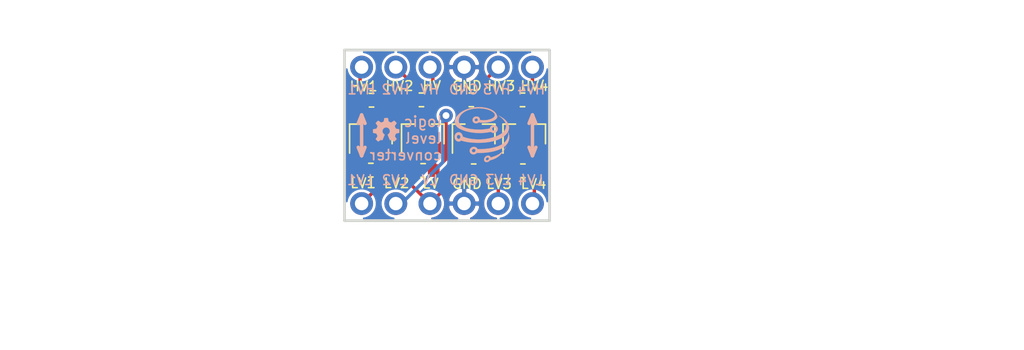
<source format=kicad_pcb>
(kicad_pcb (version 20171130) (host pcbnew "(5.1.7-12-ge5e174a20e)-1")

  (general
    (thickness 1.6)
    (drawings 43)
    (tracks 95)
    (zones 0)
    (modules 18)
    (nets 12)
  )

  (page A4)
  (layers
    (0 Top signal)
    (31 Bottom signal)
    (32 B.Adhes user)
    (33 F.Adhes user)
    (34 B.Paste user)
    (35 F.Paste user)
    (36 B.SilkS user)
    (37 F.SilkS user)
    (38 B.Mask user)
    (39 F.Mask user)
    (40 Dwgs.User user)
    (41 Cmts.User user)
    (42 Eco1.User user)
    (43 Eco2.User user)
    (44 Edge.Cuts user)
    (45 Margin user)
    (46 B.CrtYd user)
    (47 F.CrtYd user)
    (48 B.Fab user)
    (49 F.Fab user)
  )

  (setup
    (last_trace_width 0.25)
    (trace_clearance 0.2)
    (zone_clearance 0.508)
    (zone_45_only no)
    (trace_min 0.2)
    (via_size 0.8)
    (via_drill 0.4)
    (via_min_size 0.4)
    (via_min_drill 0.3)
    (uvia_size 0.3)
    (uvia_drill 0.1)
    (uvias_allowed no)
    (uvia_min_size 0.2)
    (uvia_min_drill 0.1)
    (edge_width 0.05)
    (segment_width 0.2)
    (pcb_text_width 0.3)
    (pcb_text_size 1.5 1.5)
    (mod_edge_width 0.12)
    (mod_text_size 1 1)
    (mod_text_width 0.15)
    (pad_size 1.7 1.7)
    (pad_drill 1)
    (pad_to_mask_clearance 0.05)
    (aux_axis_origin 0 0)
    (visible_elements 7FFFFFFF)
    (pcbplotparams
      (layerselection 0x010f8_ffffffff)
      (usegerberextensions true)
      (usegerberattributes true)
      (usegerberadvancedattributes true)
      (creategerberjobfile true)
      (excludeedgelayer true)
      (linewidth 0.100000)
      (plotframeref false)
      (viasonmask false)
      (mode 1)
      (useauxorigin false)
      (hpglpennumber 1)
      (hpglpenspeed 20)
      (hpglpendiameter 15.000000)
      (psnegative false)
      (psa4output false)
      (plotreference false)
      (plotvalue false)
      (plotinvisibletext false)
      (padsonsilk false)
      (subtractmaskfromsilk false)
      (outputformat 1)
      (mirror false)
      (drillshape 0)
      (scaleselection 1)
      (outputdirectory "C:/Users/Production/Desktop/gerbs/"))
  )

  (net 0 "")
  (net 1 LV)
  (net 2 HV)
  (net 3 /LV4)
  (net 4 /HV4)
  (net 5 /LV1)
  (net 6 /HV1)
  (net 7 /LV2)
  (net 8 /GND)
  (net 9 /LV3)
  (net 10 /HV3)
  (net 11 /HV2)

  (net_class Default "This is the default net class."
    (clearance 0.2)
    (trace_width 0.25)
    (via_dia 0.8)
    (via_drill 0.4)
    (uvia_dia 0.3)
    (uvia_drill 0.1)
    (add_net /GND)
    (add_net /HV1)
    (add_net /HV2)
    (add_net /HV3)
    (add_net /HV4)
    (add_net /LV1)
    (add_net /LV2)
    (add_net /LV3)
    (add_net /LV4)
    (add_net HV)
    (add_net LV)
  )

  (module CoreElectronics_Logos:CoreElectronics_logo_5mm_v2 (layer Bottom) (tedit 0) (tstamp 5FB1CC19)
    (at 10.2108 6.2992 180)
    (path /5F3C2052)
    (fp_text reference G1 (at 0 0) (layer B.SilkS) hide
      (effects (font (size 1.524 1.524) (thickness 0.3)) (justify mirror))
    )
    (fp_text value LOGO (at 0.75 0) (layer B.SilkS) hide
      (effects (font (size 1.524 1.524) (thickness 0.3)) (justify mirror))
    )
    (fp_poly (pts (xy -1.233948 1.416665) (xy -1.234768 1.415845) (xy -1.235587 1.416665) (xy -1.234768 1.417484)
      (xy -1.233948 1.416665)) (layer B.SilkS) (width 0.01))
    (fp_poly (pts (xy -1.966452 0.189271) (xy -1.967271 0.188452) (xy -1.96809 0.189271) (xy -1.967271 0.190091)
      (xy -1.966452 0.189271)) (layer B.SilkS) (width 0.01))
    (fp_poly (pts (xy 0.293615 2.045379) (xy 0.381142 2.041324) (xy 0.468088 2.034606) (xy 0.554301 2.02526)
      (xy 0.63963 2.013317) (xy 0.723922 1.998811) (xy 0.807027 1.981774) (xy 0.888793 1.96224)
      (xy 0.969067 1.940242) (xy 1.047699 1.915811) (xy 1.124538 1.888982) (xy 1.19943 1.859787)
      (xy 1.272226 1.828259) (xy 1.323258 1.804131) (xy 1.385351 1.772164) (xy 1.445289 1.738209)
      (xy 1.502906 1.702371) (xy 1.558037 1.664757) (xy 1.610515 1.625472) (xy 1.63871 1.602759)
      (xy 1.670104 1.575774) (xy 1.701403 1.546919) (xy 1.73203 1.516783) (xy 1.761411 1.485952)
      (xy 1.788971 1.455014) (xy 1.814134 1.424556) (xy 1.817935 1.419721) (xy 1.85016 1.376559)
      (xy 1.87947 1.333433) (xy 1.905847 1.290404) (xy 1.929272 1.247534) (xy 1.949726 1.204886)
      (xy 1.967191 1.162522) (xy 1.981648 1.120504) (xy 1.993079 1.078894) (xy 2.001464 1.037754)
      (xy 2.006786 0.997147) (xy 2.009025 0.957134) (xy 2.008164 0.917778) (xy 2.004183 0.879141)
      (xy 1.997064 0.841284) (xy 1.994368 0.830299) (xy 1.985865 0.801749) (xy 1.975045 0.772417)
      (xy 1.962328 0.743247) (xy 1.948134 0.715185) (xy 1.932883 0.689175) (xy 1.928964 0.683119)
      (xy 1.904633 0.649114) (xy 1.877239 0.616078) (xy 1.846876 0.584104) (xy 1.813638 0.553281)
      (xy 1.77762 0.523702) (xy 1.738916 0.495457) (xy 1.724742 0.485896) (xy 1.70608 0.473762)
      (xy 1.687744 0.462273) (xy 1.669447 0.45129) (xy 1.650903 0.440669) (xy 1.631825 0.430269)
      (xy 1.611927 0.419949) (xy 1.590922 0.409566) (xy 1.568525 0.39898) (xy 1.544448 0.388048)
      (xy 1.518405 0.376629) (xy 1.490109 0.36458) (xy 1.459275 0.351762) (xy 1.426497 0.338387)
      (xy 1.357311 0.311729) (xy 1.285428 0.28666) (xy 1.211035 0.263212) (xy 1.134318 0.241417)
      (xy 1.055465 0.221308) (xy 0.974661 0.202917) (xy 0.892094 0.186275) (xy 0.80795 0.171415)
      (xy 0.722416 0.158369) (xy 0.635679 0.147168) (xy 0.547926 0.137846) (xy 0.459343 0.130433)
      (xy 0.370118 0.124963) (xy 0.280436 0.121467) (xy 0.190485 0.119977) (xy 0.154858 0.119949)
      (xy 0.138219 0.120018) (xy 0.122261 0.120101) (xy 0.107346 0.120194) (xy 0.093835 0.120294)
      (xy 0.08209 0.120398) (xy 0.072474 0.120503) (xy 0.065346 0.120606) (xy 0.06107 0.120704)
      (xy 0.060632 0.120721) (xy 0.031875 0.122008) (xy 0.005816 0.123255) (xy -0.01812 0.124498)
      (xy -0.040513 0.125771) (xy -0.061938 0.12711) (xy -0.082974 0.12855) (xy -0.104197 0.130126)
      (xy -0.126186 0.131875) (xy -0.137652 0.132824) (xy -0.214511 0.139925) (xy -0.29275 0.148429)
      (xy -0.371525 0.158223) (xy -0.449989 0.169193) (xy -0.527299 0.181224) (xy -0.602609 0.194203)
      (xy -0.631901 0.199619) (xy -0.673047 0.20738) (xy -0.685978 0.196184) (xy -0.71059 0.176979)
      (xy -0.736678 0.160699) (xy -0.764225 0.147352) (xy -0.793218 0.136946) (xy -0.807884 0.132938)
      (xy -0.823433 0.129418) (xy -0.837596 0.126969) (xy -0.851612 0.125447) (xy -0.866721 0.124705)
      (xy -0.879125 0.124572) (xy -0.909902 0.126206) (xy -0.939942 0.130935) (xy -0.969057 0.138622)
      (xy -0.997061 0.149134) (xy -1.023764 0.162332) (xy -1.048978 0.178082) (xy -1.072517 0.196248)
      (xy -1.094192 0.216693) (xy -1.113816 0.239281) (xy -1.131199 0.263877) (xy -1.146156 0.290345)
      (xy -1.158497 0.318548) (xy -1.162429 0.329595) (xy -1.170699 0.359351) (xy -1.175807 0.389465)
      (xy -1.177784 0.419701) (xy -1.177394 0.430162) (xy -1.014846 0.430162) (xy -1.013348 0.408385)
      (xy -1.009053 0.388119) (xy -1.002148 0.36951) (xy -0.992816 0.352704) (xy -0.981242 0.337847)
      (xy -0.967611 0.325088) (xy -0.952107 0.314572) (xy -0.934915 0.306445) (xy -0.91622 0.300855)
      (xy -0.896205 0.297947) (xy -0.875057 0.29787) (xy -0.852958 0.300768) (xy -0.852129 0.300934)
      (xy -0.844991 0.302828) (xy -0.836381 0.305779) (xy -0.827709 0.309287) (xy -0.824271 0.31086)
      (xy -0.817048 0.314488) (xy -0.811236 0.317949) (xy -0.805918 0.321917) (xy -0.800179 0.327067)
      (xy -0.793905 0.333266) (xy -0.7812 0.347819) (xy -0.771362 0.363073) (xy -0.764147 0.379549)
      (xy -0.759311 0.397767) (xy -0.757243 0.41154) (xy -0.75645 0.432437) (xy -0.758622 0.453083)
      (xy -0.763648 0.472983) (xy -0.771418 0.491641) (xy -0.777475 0.502231) (xy -0.78934 0.517796)
      (xy -0.803485 0.531113) (xy -0.819664 0.542018) (xy -0.837629 0.550347) (xy -0.857133 0.555938)
      (xy -0.859503 0.556405) (xy -0.872033 0.558012) (xy -0.88607 0.55857) (xy -0.900484 0.55812)
      (xy -0.914145 0.556702) (xy -0.925923 0.554356) (xy -0.927229 0.553993) (xy -0.945851 0.547008)
      (xy -0.962544 0.53747) (xy -0.977175 0.525567) (xy -0.98961 0.51149) (xy -0.999714 0.495428)
      (xy -1.007354 0.477569) (xy -1.012396 0.458103) (xy -1.014706 0.437219) (xy -1.014846 0.430162)
      (xy -1.177394 0.430162) (xy -1.17666 0.449822) (xy -1.172467 0.479592) (xy -1.165234 0.508774)
      (xy -1.154993 0.537134) (xy -1.141775 0.564434) (xy -1.129158 0.585231) (xy -1.110747 0.610009)
      (xy -1.090147 0.632397) (xy -1.067504 0.652309) (xy -1.042962 0.669656) (xy -1.016667 0.684349)
      (xy -0.988763 0.696302) (xy -0.959395 0.705426) (xy -0.928708 0.711633) (xy -0.918442 0.713012)
      (xy -0.904127 0.714098) (xy -0.887768 0.714343) (xy -0.870473 0.713798) (xy -0.853353 0.712512)
      (xy -0.837516 0.710538) (xy -0.828254 0.708872) (xy -0.798149 0.700971) (xy -0.76937 0.690208)
      (xy -0.742082 0.67675) (xy -0.716453 0.660761) (xy -0.692648 0.642409) (xy -0.670834 0.621858)
      (xy -0.651177 0.599274) (xy -0.633843 0.574825) (xy -0.618999 0.548675) (xy -0.606812 0.52099)
      (xy -0.597447 0.491937) (xy -0.593397 0.474638) (xy -0.591953 0.467772) (xy -0.590682 0.462205)
      (xy -0.589755 0.458657) (xy -0.589412 0.457769) (xy -0.58754 0.457221) (xy -0.582745 0.456224)
      (xy -0.575345 0.454831) (xy -0.565654 0.453095) (xy -0.55399 0.45107) (xy -0.540668 0.44881)
      (xy -0.526004 0.446368) (xy -0.510315 0.443797) (xy -0.493917 0.441151) (xy -0.477126 0.438484)
      (xy -0.460258 0.435849) (xy -0.455561 0.435124) (xy -0.392684 0.425784) (xy -0.330047 0.417157)
      (xy -0.267985 0.409279) (xy -0.206838 0.402182) (xy -0.146941 0.395902) (xy -0.088633 0.390472)
      (xy -0.03225 0.385928) (xy 0.021871 0.382303) (xy 0.073391 0.379631) (xy 0.099961 0.378599)
      (xy 0.121242 0.378058) (xy 0.14541 0.377767) (xy 0.172088 0.377716) (xy 0.200896 0.377896)
      (xy 0.231456 0.378296) (xy 0.263388 0.378907) (xy 0.296313 0.379718) (xy 0.329854 0.38072)
      (xy 0.36363 0.381903) (xy 0.397263 0.383257) (xy 0.430373 0.384773) (xy 0.462583 0.386439)
      (xy 0.493513 0.388247) (xy 0.509639 0.389284) (xy 0.593369 0.395635) (xy 0.674228 0.403344)
      (xy 0.752206 0.412409) (xy 0.827296 0.422827) (xy 0.89949 0.434595) (xy 0.96878 0.447713)
      (xy 1.035158 0.462177) (xy 1.098617 0.477985) (xy 1.159148 0.495135) (xy 1.216744 0.513625)
      (xy 1.271396 0.533453) (xy 1.323097 0.554616) (xy 1.371839 0.577111) (xy 1.417614 0.600938)
      (xy 1.460413 0.626093) (xy 1.50023 0.652575) (xy 1.537056 0.68038) (xy 1.538863 0.681841)
      (xy 1.54926 0.690682) (xy 1.560939 0.701301) (xy 1.573346 0.713139) (xy 1.585929 0.725638)
      (xy 1.598134 0.738238) (xy 1.609408 0.750381) (xy 1.619199 0.761508) (xy 1.626286 0.770194)
      (xy 1.648435 0.800882) (xy 1.667444 0.831798) (xy 1.683448 0.863263) (xy 1.696585 0.895597)
      (xy 1.706989 0.929121) (xy 1.714797 0.964154) (xy 1.718449 0.987179) (xy 1.719559 0.997911)
      (xy 1.720381 1.011085) (xy 1.720909 1.025877) (xy 1.721137 1.041464) (xy 1.721059 1.057021)
      (xy 1.72067 1.071726) (xy 1.719963 1.084755) (xy 1.71921 1.09302) (xy 1.712753 1.135497)
      (xy 1.703034 1.178268) (xy 1.690056 1.221328) (xy 1.673821 1.26467) (xy 1.65433 1.30829)
      (xy 1.631587 1.35218) (xy 1.615202 1.380613) (xy 1.598585 1.407432) (xy 1.58196 1.432267)
      (xy 1.564834 1.455749) (xy 1.546709 1.478505) (xy 1.527093 1.501165) (xy 1.505488 1.524359)
      (xy 1.488064 1.542101) (xy 1.458858 1.57027) (xy 1.429673 1.596316) (xy 1.3997 1.620902)
      (xy 1.36813 1.64469) (xy 1.334155 1.668343) (xy 1.333372 1.668868) (xy 1.282884 1.700961)
      (xy 1.229681 1.731374) (xy 1.173883 1.760069) (xy 1.115614 1.787007) (xy 1.054995 1.812149)
      (xy 0.992148 1.835455) (xy 0.927196 1.856886) (xy 0.860259 1.876403) (xy 0.791461 1.893967)
      (xy 0.720922 1.909539) (xy 0.648766 1.92308) (xy 0.575113 1.93455) (xy 0.500087 1.94391)
      (xy 0.465384 1.947474) (xy 0.388639 1.953668) (xy 0.311929 1.957561) (xy 0.235449 1.959177)
      (xy 0.159398 1.958538) (xy 0.083974 1.955665) (xy 0.009374 1.950583) (xy -0.064204 1.943312)
      (xy -0.136562 1.933875) (xy -0.207502 1.922295) (xy -0.276828 1.908594) (xy -0.34434 1.892794)
      (xy -0.409842 1.874918) (xy -0.473136 1.854989) (xy -0.529303 1.834837) (xy -0.575155 1.816441)
      (xy -0.619552 1.796804) (xy -0.66228 1.776054) (xy -0.703125 1.754318) (xy -0.741874 1.731724)
      (xy -0.778313 1.7084) (xy -0.81223 1.684472) (xy -0.84341 1.660068) (xy -0.87164 1.635316)
      (xy -0.885022 1.622411) (xy -0.906051 1.599901) (xy -0.923887 1.577523) (xy -0.938605 1.555157)
      (xy -0.950281 1.532681) (xy -0.95899 1.509975) (xy -0.962254 1.498503) (xy -0.964317 1.487439)
      (xy -0.965599 1.474369) (xy -0.9661 1.460268) (xy -0.96582 1.446116) (xy -0.964761 1.432888)
      (xy -0.962922 1.421562) (xy -0.962192 1.418582) (xy -0.955543 1.397952) (xy -0.946978 1.378396)
      (xy -0.936229 1.359473) (xy -0.923032 1.340746) (xy -0.907118 1.321774) (xy -0.896422 1.310367)
      (xy -0.87233 1.287576) (xy -0.845156 1.265585) (xy -0.815011 1.244449) (xy -0.782005 1.224223)
      (xy -0.746247 1.204962) (xy -0.707849 1.18672) (xy -0.666919 1.169553) (xy -0.623568 1.153514)
      (xy -0.577906 1.138659) (xy -0.530043 1.125043) (xy -0.517013 1.121651) (xy -0.451029 1.106279)
      (xy -0.385119 1.093916) (xy -0.318938 1.08452) (xy -0.252141 1.078052) (xy -0.184385 1.074471)
      (xy -0.115325 1.073739) (xy -0.104877 1.073872) (xy -0.063506 1.074967) (xy -0.024523 1.076958)
      (xy 0.012856 1.079922) (xy 0.049415 1.083932) (xy 0.08594 1.089065) (xy 0.123214 1.095394)
      (xy 0.126181 1.095941) (xy 0.141748 1.098828) (xy 0.142144 1.107804) (xy 0.142209 1.108736)
      (xy 0.304472 1.108736) (xy 0.304623 1.096545) (xy 0.305709 1.085142) (xy 0.307041 1.078271)
      (xy 0.310464 1.067732) (xy 0.315425 1.056319) (xy 0.321313 1.045254) (xy 0.327515 1.03576)
      (xy 0.329715 1.032952) (xy 0.342334 1.020217) (xy 0.357194 1.00933) (xy 0.373574 1.000741)
      (xy 0.390752 0.994898) (xy 0.391079 0.994817) (xy 0.401536 0.992958) (xy 0.414035 0.991838)
      (xy 0.427429 0.991471) (xy 0.440568 0.991871) (xy 0.452304 0.99305) (xy 0.457696 0.994026)
      (xy 0.475344 0.9995) (xy 0.491292 1.007638) (xy 0.505313 1.018219) (xy 0.517178 1.031026)
      (xy 0.526659 1.04584) (xy 0.533529 1.062441) (xy 0.535226 1.068439) (xy 0.53655 1.075041)
      (xy 0.537218 1.082218) (xy 0.537292 1.090977) (xy 0.537054 1.097936) (xy 0.535216 1.115743)
      (xy 0.531233 1.131493) (xy 0.524826 1.145824) (xy 0.515715 1.159375) (xy 0.504723 1.171683)
      (xy 0.490202 1.184019) (xy 0.473766 1.1937) (xy 0.455399 1.200735) (xy 0.452754 1.201488)
      (xy 0.443402 1.203357) (xy 0.431957 1.204597) (xy 0.419403 1.205197) (xy 0.406723 1.205144)
      (xy 0.394904 1.204428) (xy 0.384928 1.203036) (xy 0.381819 1.202326) (xy 0.363935 1.196097)
      (xy 0.347996 1.187436) (xy 0.334192 1.176525) (xy 0.322713 1.163548) (xy 0.31375 1.148687)
      (xy 0.30749 1.132125) (xy 0.306985 1.130247) (xy 0.305259 1.120407) (xy 0.304472 1.108736)
      (xy 0.142209 1.108736) (xy 0.143847 1.132103) (xy 0.146707 1.154682) (xy 0.150647 1.175069)
      (xy 0.155594 1.192791) (xy 0.155657 1.192981) (xy 0.165893 1.2186) (xy 0.178689 1.242221)
      (xy 0.19396 1.263777) (xy 0.21162 1.283203) (xy 0.23158 1.300431) (xy 0.253756 1.315395)
      (xy 0.27806 1.328028) (xy 0.304406 1.338265) (xy 0.332707 1.346038) (xy 0.361591 1.351116)
      (xy 0.372233 1.352179) (xy 0.385051 1.352938) (xy 0.399147 1.353385) (xy 0.41362 1.353513)
      (xy 0.427571 1.353313) (xy 0.440102 1.35278) (xy 0.450312 1.351904) (xy 0.450688 1.351858)
      (xy 0.482396 1.346488) (xy 0.512384 1.338448) (xy 0.540569 1.327775) (xy 0.566872 1.314507)
      (xy 0.59121 1.298681) (xy 0.613505 1.280334) (xy 0.620963 1.27317) (xy 0.640184 1.251656)
      (xy 0.656797 1.22816) (xy 0.670806 1.202679) (xy 0.68221 1.175209) (xy 0.691013 1.145748)
      (xy 0.693353 1.135558) (xy 0.695489 1.12229) (xy 0.69684 1.106815) (xy 0.697406 1.090112)
      (xy 0.697184 1.073156) (xy 0.696172 1.056925) (xy 0.69437 1.042395) (xy 0.693523 1.03775)
      (xy 0.68635 1.009768) (xy 0.676518 0.983632) (xy 0.664084 0.959418) (xy 0.649106 0.937202)
      (xy 0.631641 0.91706) (xy 0.611745 0.899068) (xy 0.589476 0.883301) (xy 0.568902 0.871795)
      (xy 0.544233 0.861181) (xy 0.517631 0.852888) (xy 0.489525 0.846964) (xy 0.460343 0.843457)
      (xy 0.430512 0.842414) (xy 0.400462 0.843883) (xy 0.370619 0.847912) (xy 0.364613 0.849049)
      (xy 0.341594 0.854705) (xy 0.318604 0.862403) (xy 0.296265 0.871845) (xy 0.275197 0.882737)
      (xy 0.25602 0.894782) (xy 0.239354 0.907686) (xy 0.236822 0.909938) (xy 0.227232 0.918653)
      (xy 0.196781 0.91249) (xy 0.143604 0.902998) (xy 0.088084 0.895547) (xy 0.03045 0.890143)
      (xy -0.029068 0.886798) (xy -0.090241 0.885519) (xy -0.15284 0.886315) (xy -0.216636 0.889196)
      (xy -0.2794 0.893986) (xy -0.350196 0.90183) (xy -0.421873 0.91244) (xy -0.493849 0.925689)
      (xy -0.565543 0.94145) (xy -0.636373 0.959594) (xy -0.705756 0.979994) (xy -0.771172 1.001834)
      (xy -0.807309 1.015125) (xy -0.840583 1.028374) (xy -0.871397 1.041774) (xy -0.900157 1.055515)
      (xy -0.927268 1.06979) (xy -0.953135 1.084789) (xy -0.972574 1.097027) (xy -1.003421 1.118379)
      (xy -1.031237 1.140251) (xy -1.055992 1.162607) (xy -1.077654 1.185409) (xy -1.096196 1.208619)
      (xy -1.111586 1.232201) (xy -1.123794 1.256116) (xy -1.132792 1.280328) (xy -1.138337 1.303568)
      (xy -1.140217 1.320834) (xy -1.140276 1.339707) (xy -1.138572 1.35911) (xy -1.135163 1.377967)
      (xy -1.134108 1.382252) (xy -1.121545 1.424739) (xy -1.106354 1.465605) (xy -1.088448 1.504995)
      (xy -1.067743 1.543057) (xy -1.044152 1.579936) (xy -1.01759 1.615778) (xy -0.98797 1.65073)
      (xy -0.958781 1.681395) (xy -0.922259 1.715638) (xy -0.882852 1.748376) (xy -0.8406 1.779587)
      (xy -0.79554 1.809247) (xy -0.747712 1.837336) (xy -0.697153 1.863831) (xy -0.643903 1.888709)
      (xy -0.588 1.911948) (xy -0.529481 1.933526) (xy -0.512097 1.939447) (xy -0.440258 1.961866)
      (xy -0.366671 1.98165) (xy -0.291304 1.998803) (xy -0.214127 2.01333) (xy -0.135109 2.025235)
      (xy -0.054219 2.034524) (xy 0.028574 2.0412) (xy 0.113302 2.045269) (xy 0.199994 2.046734)
      (xy 0.205658 2.04674) (xy 0.293615 2.045379)) (layer B.SilkS) (width 0.01))
    (fp_poly (pts (xy -1.238975 1.414332) (xy -1.242485 1.411744) (xy -1.247999 1.407847) (xy -1.255154 1.402894)
      (xy -1.263588 1.397139) (xy -1.270435 1.392516) (xy -1.327263 1.352947) (xy -1.38107 1.312649)
      (xy -1.432066 1.271452) (xy -1.480462 1.229185) (xy -1.526466 1.185679) (xy -1.534738 1.177475)
      (xy -1.569581 1.141483) (xy -1.601462 1.106058) (xy -1.630588 1.070923) (xy -1.657164 1.035801)
      (xy -1.681395 1.000414) (xy -1.703486 0.964485) (xy -1.723644 0.927738) (xy -1.731507 0.912149)
      (xy -1.748517 0.875178) (xy -1.762771 0.838843) (xy -1.774489 0.802409) (xy -1.783892 0.765143)
      (xy -1.7912 0.72631) (xy -1.794642 0.702187) (xy -1.795527 0.692727) (xy -1.796166 0.680687)
      (xy -1.796564 0.666757) (xy -1.796725 0.651627) (xy -1.796655 0.635983) (xy -1.796356 0.620517)
      (xy -1.795835 0.605915) (xy -1.795096 0.592869) (xy -1.794144 0.582065) (xy -1.793807 0.579284)
      (xy -1.786488 0.536241) (xy -1.775975 0.493884) (xy -1.762284 0.452239) (xy -1.745429 0.411329)
      (xy -1.725426 0.371177) (xy -1.702291 0.331806) (xy -1.676038 0.293241) (xy -1.646683 0.255504)
      (xy -1.614242 0.21862) (xy -1.578729 0.182611) (xy -1.540161 0.147502) (xy -1.498552 0.113315)
      (xy -1.480574 0.099539) (xy -1.437639 0.068789) (xy -1.391619 0.038696) (xy -1.342652 0.009319)
      (xy -1.290876 -0.019287) (xy -1.236427 -0.047062) (xy -1.179444 -0.073948) (xy -1.120064 -0.099889)
      (xy -1.058425 -0.124825) (xy -0.994664 -0.148699) (xy -0.928919 -0.171454) (xy -0.861326 -0.19303)
      (xy -0.792025 -0.213371) (xy -0.721152 -0.232419) (xy -0.650568 -0.249713) (xy -0.566806 -0.268292)
      (xy -0.482825 -0.284936) (xy -0.39827 -0.299693) (xy -0.31279 -0.31261) (xy -0.226032 -0.323734)
      (xy -0.137644 -0.333112) (xy -0.047275 -0.340791) (xy 0.04543 -0.346818) (xy 0.095045 -0.349332)
      (xy 0.107743 -0.349812) (xy 0.123277 -0.350228) (xy 0.14124 -0.35058) (xy 0.161225 -0.350869)
      (xy 0.182823 -0.351094) (xy 0.205628 -0.351256) (xy 0.229232 -0.351353) (xy 0.253228 -0.351387)
      (xy 0.277209 -0.351357) (xy 0.300767 -0.351263) (xy 0.323495 -0.351105) (xy 0.344986 -0.350883)
      (xy 0.364831 -0.350598) (xy 0.382625 -0.350248) (xy 0.397959 -0.349834) (xy 0.410427 -0.349357)
      (xy 0.410497 -0.349353) (xy 0.497362 -0.344475) (xy 0.581508 -0.338102) (xy 0.663148 -0.330198)
      (xy 0.742497 -0.320727) (xy 0.81977 -0.309654) (xy 0.895182 -0.296945) (xy 0.968945 -0.282563)
      (xy 1.041276 -0.266473) (xy 1.112389 -0.24864) (xy 1.182497 -0.229028) (xy 1.232593 -0.213749)
      (xy 1.246895 -0.209145) (xy 1.262269 -0.204038) (xy 1.278417 -0.198538) (xy 1.295041 -0.192756)
      (xy 1.311844 -0.186802) (xy 1.328527 -0.180789) (xy 1.344794 -0.174827) (xy 1.360346 -0.169027)
      (xy 1.361603 -0.168549) (xy 1.598708 -0.168549) (xy 1.599299 -0.181304) (xy 1.600487 -0.193173)
      (xy 1.602247 -0.203134) (xy 1.602384 -0.203703) (xy 1.609034 -0.225022) (xy 1.618001 -0.244543)
      (xy 1.629088 -0.262088) (xy 1.642102 -0.277483) (xy 1.656848 -0.290553) (xy 1.67313 -0.301123)
      (xy 1.690754 -0.309016) (xy 1.709525 -0.314058) (xy 1.7272 -0.316012) (xy 1.730852 -0.315882)
      (xy 1.736536 -0.315391) (xy 1.743042 -0.314644) (xy 1.74323 -0.31462) (xy 1.761917 -0.310571)
      (xy 1.779743 -0.303508) (xy 1.796443 -0.293636) (xy 1.811754 -0.281163) (xy 1.825409 -0.266296)
      (xy 1.837146 -0.249243) (xy 1.844431 -0.235355) (xy 1.85218 -0.214758) (xy 1.857034 -0.193077)
      (xy 1.858987 -0.170775) (xy 1.858035 -0.148313) (xy 1.85417 -0.126155) (xy 1.847388 -0.104764)
      (xy 1.84606 -0.101512) (xy 1.836654 -0.082835) (xy 1.825153 -0.066169) (xy 1.811825 -0.051664)
      (xy 1.796937 -0.039469) (xy 1.780758 -0.029737) (xy 1.763554 -0.022616) (xy 1.745593 -0.018257)
      (xy 1.727143 -0.016811) (xy 1.708471 -0.018429) (xy 1.700981 -0.019972) (xy 1.695752 -0.021567)
      (xy 1.689 -0.024075) (xy 1.682146 -0.026964) (xy 1.681849 -0.027099) (xy 1.6636 -0.037157)
      (xy 1.647313 -0.049784) (xy 1.633079 -0.064857) (xy 1.620993 -0.08225) (xy 1.611146 -0.10184)
      (xy 1.603633 -0.123503) (xy 1.600755 -0.135193) (xy 1.599411 -0.144472) (xy 1.598737 -0.155931)
      (xy 1.598708 -0.168549) (xy 1.361603 -0.168549) (xy 1.374885 -0.1635) (xy 1.388115 -0.158358)
      (xy 1.399737 -0.153711) (xy 1.409454 -0.14967) (xy 1.416967 -0.146347) (xy 1.42198 -0.143852)
      (xy 1.424195 -0.142297) (xy 1.424212 -0.142271) (xy 1.424762 -0.140016) (xy 1.425396 -0.135323)
      (xy 1.426011 -0.129027) (xy 1.426259 -0.125825) (xy 1.427538 -0.11394) (xy 1.429751 -0.09994)
      (xy 1.432695 -0.084789) (xy 1.436168 -0.069446) (xy 1.439969 -0.054873) (xy 1.443771 -0.042404)
      (xy 1.455915 -0.010649) (xy 1.470401 0.019121) (xy 1.487113 0.046796) (xy 1.505936 0.072266)
      (xy 1.526756 0.095422) (xy 1.549458 0.116156) (xy 1.573925 0.134358) (xy 1.600044 0.149919)
      (xy 1.627699 0.16273) (xy 1.656776 0.172681) (xy 1.675173 0.177302) (xy 1.68134 0.178559)
      (xy 1.687143 0.179496) (xy 1.693226 0.180159) (xy 1.700235 0.180592) (xy 1.708815 0.180839)
      (xy 1.719612 0.180947) (xy 1.728019 0.180963) (xy 1.740607 0.180921) (xy 1.750561 0.180766)
      (xy 1.758524 0.180455) (xy 1.765137 0.179942) (xy 1.771044 0.179184) (xy 1.776887 0.178137)
      (xy 1.780642 0.177348) (xy 1.8105 0.169204) (xy 1.83897 0.15817) (xy 1.865947 0.14437)
      (xy 1.891325 0.127931) (xy 1.914999 0.108978) (xy 1.936863 0.087637) (xy 1.956811 0.064033)
      (xy 1.974737 0.038293) (xy 1.990535 0.010542) (xy 2.0041 -0.019095) (xy 2.015327 -0.050491)
      (xy 2.024108 -0.083522) (xy 2.030338 -0.118061) (xy 2.030554 -0.119625) (xy 2.031449 -0.128641)
      (xy 2.032088 -0.140106) (xy 2.032471 -0.153207) (xy 2.032599 -0.167125) (xy 2.032472 -0.181045)
      (xy 2.032089 -0.194149) (xy 2.031451 -0.205622) (xy 2.030557 -0.214646) (xy 2.030554 -0.214671)
      (xy 2.024536 -0.248677) (xy 2.015981 -0.281304) (xy 2.005006 -0.312407) (xy 1.991725 -0.341844)
      (xy 1.976254 -0.369473) (xy 1.958707 -0.39515) (xy 1.9392 -0.418733) (xy 1.917848 -0.440078)
      (xy 1.894766 -0.459043) (xy 1.870069 -0.475485) (xy 1.843872 -0.489262) (xy 1.816291 -0.500229)
      (xy 1.795458 -0.506352) (xy 1.766293 -0.512052) (xy 1.737127 -0.514516) (xy 1.708117 -0.513782)
      (xy 1.679418 -0.509887) (xy 1.651186 -0.50287) (xy 1.623577 -0.492767) (xy 1.596748 -0.479617)
      (xy 1.570853 -0.463458) (xy 1.548852 -0.446686) (xy 1.534497 -0.434738) (xy 1.51409 -0.442764)
      (xy 1.481043 -0.455055) (xy 1.444929 -0.467156) (xy 1.405956 -0.479016) (xy 1.364331 -0.490581)
      (xy 1.320264 -0.501801) (xy 1.27396 -0.512622) (xy 1.225629 -0.522993) (xy 1.175478 -0.532861)
      (xy 1.123714 -0.542174) (xy 1.107768 -0.544874) (xy 1.035507 -0.556269) (xy 0.961979 -0.56653)
      (xy 0.886925 -0.575682) (xy 0.810085 -0.583751) (xy 0.7312 -0.590759) (xy 0.650011 -0.596733)
      (xy 0.56626 -0.601697) (xy 0.479687 -0.605675) (xy 0.461297 -0.606381) (xy 0.452149 -0.606662)
      (xy 0.440141 -0.606939) (xy 0.425645 -0.607209) (xy 0.409036 -0.60747) (xy 0.390686 -0.607718)
      (xy 0.370969 -0.607951) (xy 0.350258 -0.608165) (xy 0.328926 -0.608359) (xy 0.307348 -0.608529)
      (xy 0.285896 -0.608672) (xy 0.264943 -0.608786) (xy 0.244864 -0.608868) (xy 0.22603 -0.608914)
      (xy 0.208817 -0.608922) (xy 0.193596 -0.608889) (xy 0.180742 -0.608813) (xy 0.170628 -0.60869)
      (xy 0.167148 -0.60862) (xy 0.15997 -0.608437) (xy 0.15012 -0.608165) (xy 0.1382 -0.60782)
      (xy 0.124814 -0.607421) (xy 0.110566 -0.606986) (xy 0.096059 -0.606533) (xy 0.08931 -0.606318)
      (xy -0.009241 -0.602292) (xy -0.106236 -0.596584) (xy -0.201595 -0.589211) (xy -0.295237 -0.580191)
      (xy -0.387078 -0.569543) (xy -0.477039 -0.557284) (xy -0.565038 -0.543432) (xy -0.650993 -0.528006)
      (xy -0.734823 -0.511022) (xy -0.816446 -0.4925) (xy -0.895781 -0.472457) (xy -0.972746 -0.450911)
      (xy -1.04726 -0.42788) (xy -1.119242 -0.403381) (xy -1.18861 -0.377434) (xy -1.255282 -0.350055)
      (xy -1.319177 -0.321263) (xy -1.380214 -0.291076) (xy -1.407652 -0.276541) (xy -1.462828 -0.245409)
      (xy -1.516126 -0.212818) (xy -1.5674 -0.178887) (xy -1.616504 -0.143737) (xy -1.663292 -0.107488)
      (xy -1.707618 -0.070259) (xy -1.749335 -0.032172) (xy -1.788297 0.006654) (xy -1.824359 0.046098)
      (xy -1.857373 0.086042) (xy -1.87174 0.104878) (xy -1.900595 0.146168) (xy -1.926308 0.188054)
      (xy -1.948867 0.230488) (xy -1.968258 0.273424) (xy -1.98447 0.316815) (xy -1.99749 0.360616)
      (xy -2.007306 0.404778) (xy -2.013906 0.449256) (xy -2.017277 0.494004) (xy -2.017408 0.538974)
      (xy -2.014285 0.58412) (xy -2.008909 0.623529) (xy -1.999989 0.667103) (xy -1.987854 0.710778)
      (xy -1.972562 0.754441) (xy -1.954169 0.797981) (xy -1.93273 0.841284) (xy -1.908301 0.884238)
      (xy -1.88094 0.926731) (xy -1.850702 0.968649) (xy -1.817644 1.009881) (xy -1.813146 1.015181)
      (xy -1.804028 1.025526) (xy -1.792926 1.037588) (xy -1.780304 1.050902) (xy -1.766624 1.065005)
      (xy -1.75235 1.079432) (xy -1.737945 1.093719) (xy -1.723872 1.107402) (xy -1.710593 1.120016)
      (xy -1.698572 1.131098) (xy -1.68951 1.13912) (xy -1.643448 1.177385) (xy -1.596307 1.213614)
      (xy -1.547725 1.248046) (xy -1.497338 1.28092) (xy -1.444781 1.312474) (xy -1.389692 1.342946)
      (xy -1.339026 1.368959) (xy -1.325964 1.375388) (xy -1.312677 1.381827) (xy -1.299499 1.388124)
      (xy -1.286764 1.394125) (xy -1.274804 1.399677) (xy -1.263956 1.404628) (xy -1.254551 1.408823)
      (xy -1.246924 1.412111) (xy -1.241409 1.414338) (xy -1.23834 1.415351) (xy -1.23783 1.415357)
      (xy -1.238975 1.414332)) (layer B.SilkS) (width 0.01))
    (fp_poly (pts (xy -1.817329 -0.844755) (xy -1.818148 -0.845574) (xy -1.818968 -0.844755) (xy -1.818148 -0.843935)
      (xy -1.817329 -0.844755)) (layer B.SilkS) (width 0.01))
    (fp_poly (pts (xy -1.81569 -0.848032) (xy -1.81651 -0.848851) (xy -1.817329 -0.848032) (xy -1.81651 -0.847213)
      (xy -1.81569 -0.848032)) (layer B.SilkS) (width 0.01))
    (fp_poly (pts (xy -1.814052 -0.851309) (xy -1.814871 -0.852129) (xy -1.81569 -0.851309) (xy -1.814871 -0.85049)
      (xy -1.814052 -0.851309)) (layer B.SilkS) (width 0.01))
    (fp_poly (pts (xy -1.812413 -0.856225) (xy -1.813232 -0.857045) (xy -1.814052 -0.856225) (xy -1.813232 -0.855406)
      (xy -1.812413 -0.856225)) (layer B.SilkS) (width 0.01))
    (fp_poly (pts (xy -1.810774 -0.859503) (xy -1.811594 -0.860322) (xy -1.812413 -0.859503) (xy -1.811594 -0.858684)
      (xy -1.810774 -0.859503)) (layer B.SilkS) (width 0.01))
    (fp_poly (pts (xy -1.809135 -0.86278) (xy -1.809955 -0.8636) (xy -1.810774 -0.86278) (xy -1.809955 -0.861961)
      (xy -1.809135 -0.86278)) (layer B.SilkS) (width 0.01))
    (fp_poly (pts (xy -1.807497 -0.866058) (xy -1.808316 -0.866877) (xy -1.809135 -0.866058) (xy -1.808316 -0.865238)
      (xy -1.807497 -0.866058)) (layer B.SilkS) (width 0.01))
    (fp_poly (pts (xy -1.969082 0.184787) (xy -1.969012 0.180344) (xy -1.968947 0.173306) (xy -1.968889 0.164016)
      (xy -1.96884 0.152815) (xy -1.968803 0.140044) (xy -1.968778 0.126046) (xy -1.968772 0.119943)
      (xy -1.968674 0.096746) (xy -1.968393 0.076219) (xy -1.96789 0.057757) (xy -1.967129 0.040757)
      (xy -1.966072 0.024614) (xy -1.964681 0.008723) (xy -1.962919 -0.007519) (xy -1.960747 -0.024718)
      (xy -1.958958 -0.03769) (xy -1.949625 -0.092501) (xy -1.93738 -0.145831) (xy -1.922221 -0.197682)
      (xy -1.904146 -0.248056) (xy -1.883152 -0.296958) (xy -1.859237 -0.34439) (xy -1.832399 -0.390355)
      (xy -1.802636 -0.434856) (xy -1.769946 -0.477895) (xy -1.734326 -0.519477) (xy -1.695774 -0.559603)
      (xy -1.654288 -0.598277) (xy -1.609867 -0.635502) (xy -1.562506 -0.67128) (xy -1.512206 -0.705615)
      (xy -1.458963 -0.73851) (xy -1.424858 -0.757969) (xy -1.413398 -0.764168) (xy -1.399602 -0.771394)
      (xy -1.384121 -0.779323) (xy -1.367606 -0.787634) (xy -1.350709 -0.796004) (xy -1.334079 -0.804109)
      (xy -1.318369 -0.811629) (xy -1.304228 -0.818239) (xy -1.292942 -0.823339) (xy -1.231408 -0.849245)
      (xy -1.167409 -0.873762) (xy -1.100909 -0.896896) (xy -1.03187 -0.918653) (xy -0.960257 -0.939041)
      (xy -0.886034 -0.958067) (xy -0.809164 -0.975737) (xy -0.729612 -0.992059) (xy -0.64734 -1.007039)
      (xy -0.562313 -1.020684) (xy -0.474494 -1.033002) (xy -0.383847 -1.043999) (xy -0.290336 -1.053682)
      (xy -0.193924 -1.062059) (xy -0.094576 -1.069136) (xy 0.007745 -1.074919) (xy 0.024581 -1.075734)
      (xy 0.042955 -1.07657) (xy 0.062997 -1.077424) (xy 0.084343 -1.078284) (xy 0.10663 -1.079138)
      (xy 0.129494 -1.079974) (xy 0.152572 -1.080782) (xy 0.175501 -1.081548) (xy 0.197917 -1.082262)
      (xy 0.219458 -1.082912) (xy 0.239759 -1.083486) (xy 0.258457 -1.083972) (xy 0.275189 -1.084359)
      (xy 0.289591 -1.084635) (xy 0.3013 -1.084788) (xy 0.306884 -1.084816) (xy 0.313782 -1.084779)
      (xy 0.318128 -1.084521) (xy 0.320645 -1.083842) (xy 0.322057 -1.082542) (xy 0.323089 -1.080421)
      (xy 0.323132 -1.080319) (xy 0.336315 -1.052229) (xy 0.351464 -1.026715) (xy 0.368699 -1.003648)
      (xy 0.388138 -0.982895) (xy 0.409901 -0.964328) (xy 0.434105 -0.947816) (xy 0.453923 -0.936707)
      (xy 0.482371 -0.923877) (xy 0.51188 -0.914094) (xy 0.542249 -0.907376) (xy 0.573277 -0.903746)
      (xy 0.604766 -0.903223) (xy 0.636516 -0.905828) (xy 0.668325 -0.91158) (xy 0.677606 -0.91386)
      (xy 0.707275 -0.923118) (xy 0.735506 -0.934971) (xy 0.762158 -0.949239) (xy 0.787088 -0.965741)
      (xy 0.810153 -0.984296) (xy 0.831212 -1.004724) (xy 0.850122 -1.026844) (xy 0.866741 -1.050476)
      (xy 0.880926 -1.075439) (xy 0.892534 -1.101552) (xy 0.901424 -1.128636) (xy 0.907454 -1.156508)
      (xy 0.91048 -1.18499) (xy 0.910592 -1.209367) (xy 0.90777 -1.239102) (xy 0.901889 -1.267682)
      (xy 0.892985 -1.295033) (xy 0.881088 -1.321079) (xy 0.866233 -1.345744) (xy 0.848453 -1.368953)
      (xy 0.833027 -1.38555) (xy 0.810989 -1.40516) (xy 0.786811 -1.422437) (xy 0.76081 -1.437215)
      (xy 0.733306 -1.449325) (xy 0.704618 -1.458603) (xy 0.684622 -1.463203) (xy 0.676038 -1.464656)
      (xy 0.665841 -1.466063) (xy 0.654848 -1.467345) (xy 0.643878 -1.468421) (xy 0.633747 -1.469209)
      (xy 0.625274 -1.469629) (xy 0.619604 -1.469619) (xy 0.614428 -1.46934) (xy 0.607936 -1.468973)
      (xy 0.604684 -1.468783) (xy 0.592336 -1.467669) (xy 0.578146 -1.465764) (xy 0.563394 -1.463276)
      (xy 0.549358 -1.460413) (xy 0.541504 -1.458522) (xy 0.510256 -1.448878) (xy 0.480898 -1.436594)
      (xy 0.453267 -1.421575) (xy 0.427199 -1.403727) (xy 0.402529 -1.382954) (xy 0.390013 -1.370775)
      (xy 0.372807 -1.353217) (xy 0.340033 -1.355024) (xy 0.291476 -1.357275) (xy 0.240275 -1.358839)
      (xy 0.186988 -1.35972) (xy 0.132174 -1.35992) (xy 0.076392 -1.359444) (xy 0.020202 -1.358292)
      (xy -0.035838 -1.35647) (xy -0.091167 -1.353978) (xy -0.11471 -1.352695) (xy -0.211561 -1.346155)
      (xy -0.307224 -1.337742) (xy -0.401548 -1.327485) (xy -0.494382 -1.315413) (xy -0.585576 -1.301554)
      (xy -0.67498 -1.285936) (xy -0.762444 -1.268589) (xy -0.847816 -1.249541) (xy -0.930946 -1.22882)
      (xy -1.011685 -1.206455) (xy -1.076105 -1.186699) (xy 0.473617 -1.186699) (xy 0.476071 -1.205332)
      (xy 0.481629 -1.223946) (xy 0.482321 -1.225697) (xy 0.487445 -1.236991) (xy 0.493375 -1.247071)
      (xy 0.500725 -1.256829) (xy 0.510112 -1.267155) (xy 0.512916 -1.269997) (xy 0.529022 -1.284211)
      (xy 0.546051 -1.295423) (xy 0.564444 -1.303875) (xy 0.584641 -1.309807) (xy 0.586658 -1.310246)
      (xy 0.594441 -1.311328) (xy 0.604429 -1.311901) (xy 0.615651 -1.31199) (xy 0.627135 -1.311618)
      (xy 0.637911 -1.310811) (xy 0.647006 -1.309591) (xy 0.651387 -1.308635) (xy 0.662684 -1.304778)
      (xy 0.674996 -1.299261) (xy 0.687015 -1.292734) (xy 0.697432 -1.285849) (xy 0.697887 -1.285507)
      (xy 0.711071 -1.27362) (xy 0.722614 -1.259386) (xy 0.732063 -1.243515) (xy 0.738968 -1.226712)
      (xy 0.74161 -1.216911) (xy 0.743084 -1.206783) (xy 0.743673 -1.194974) (xy 0.743412 -1.182623)
      (xy 0.742337 -1.170872) (xy 0.740481 -1.16086) (xy 0.73984 -1.158567) (xy 0.732303 -1.139419)
      (xy 0.72214 -1.121921) (xy 0.709646 -1.106235) (xy 0.695114 -1.092524) (xy 0.678839 -1.080949)
      (xy 0.661114 -1.071672) (xy 0.642233 -1.064854) (xy 0.62249 -1.060657) (xy 0.60218 -1.059243)
      (xy 0.581595 -1.060774) (xy 0.567298 -1.063654) (xy 0.548334 -1.070045) (xy 0.531172 -1.078901)
      (xy 0.515955 -1.089944) (xy 0.502829 -1.102899) (xy 0.491937 -1.117491) (xy 0.483426 -1.133442)
      (xy 0.477439 -1.150478) (xy 0.474121 -1.168323) (xy 0.473617 -1.186699) (xy -1.076105 -1.186699)
      (xy -1.089882 -1.182474) (xy -1.165385 -1.156907) (xy -1.187245 -1.14902) (xy -1.255649 -1.122802)
      (xy -1.321351 -1.095215) (xy -1.384319 -1.06628) (xy -1.444523 -1.036017) (xy -1.501932 -1.004448)
      (xy -1.556514 -0.971592) (xy -1.608239 -0.937471) (xy -1.657076 -0.902105) (xy -1.702993 -0.865515)
      (xy -1.745959 -0.827722) (xy -1.785945 -0.788746) (xy -1.822917 -0.748608) (xy -1.856847 -0.707329)
      (xy -1.86416 -0.69775) (xy -1.894889 -0.65433) (xy -1.922537 -0.609792) (xy -1.947104 -0.564137)
      (xy -1.96859 -0.517366) (xy -1.986995 -0.469481) (xy -2.002318 -0.420483) (xy -2.01456 -0.370373)
      (xy -2.02372 -0.319153) (xy -2.029798 -0.266823) (xy -2.032794 -0.213385) (xy -2.032708 -0.158839)
      (xy -2.029539 -0.103189) (xy -2.023287 -0.046433) (xy -2.013952 0.011426) (xy -2.001534 0.070386)
      (xy -1.994882 0.097504) (xy -1.993213 0.103826) (xy -1.990994 0.111936) (xy -1.988365 0.121352)
      (xy -1.985465 0.131595) (xy -1.982433 0.142184) (xy -1.979408 0.152639) (xy -1.97653 0.162479)
      (xy -1.973937 0.171225) (xy -1.971769 0.178395) (xy -1.970166 0.18351) (xy -1.969265 0.186089)
      (xy -1.969155 0.186295) (xy -1.969082 0.184787)) (layer B.SilkS) (width 0.01))
    (fp_poly (pts (xy -1.806737 -0.869749) (xy -1.804758 -0.87328) (xy -1.801757 -0.878855) (xy -1.797969 -0.886034)
      (xy -1.793871 -0.893916) (xy -1.762018 -0.952154) (xy -1.72773 -1.008275) (xy -1.690973 -1.062315)
      (xy -1.651709 -1.114316) (xy -1.609905 -1.164316) (xy -1.565524 -1.212353) (xy -1.518531 -1.258468)
      (xy -1.468891 -1.3027) (xy -1.416567 -1.345087) (xy -1.361524 -1.385668) (xy -1.325716 -1.410139)
      (xy -1.294443 -1.430483) (xy -1.263929 -1.449445) (xy -1.233415 -1.467459) (xy -1.202141 -1.48496)
      (xy -1.169348 -1.502383) (xy -1.134277 -1.520162) (xy -1.128252 -1.523144) (xy -1.073377 -1.549282)
      (xy -1.018138 -1.573701) (xy -0.961994 -1.596609) (xy -0.904409 -1.618213) (xy -0.844843 -1.638723)
      (xy -0.782757 -1.658346) (xy -0.763639 -1.664068) (xy -0.754321 -1.666786) (xy -0.743589 -1.669853)
      (xy -0.731867 -1.673156) (xy -0.719581 -1.676578) (xy -0.707154 -1.680004) (xy -0.695011 -1.683318)
      (xy -0.683578 -1.686406) (xy -0.673277 -1.689151) (xy -0.664535 -1.691438) (xy -0.657776 -1.693152)
      (xy -0.653424 -1.694178) (xy -0.65199 -1.694425) (xy -0.650953 -1.692989) (xy -0.649304 -1.689208)
      (xy -0.647384 -1.683871) (xy -0.647217 -1.683364) (xy -0.644739 -1.676689) (xy -0.641302 -1.66858)
      (xy -0.637525 -1.660477) (xy -0.636307 -1.658044) (xy -0.624119 -1.637659) (xy -0.609631 -1.619481)
      (xy -0.593025 -1.603573) (xy -0.574482 -1.59) (xy -0.554184 -1.578828) (xy -0.532313 -1.57012)
      (xy -0.509051 -1.563942) (xy -0.484578 -1.560358) (xy -0.459077 -1.559434) (xy -0.432729 -1.561233)
      (xy -0.405716 -1.565821) (xy -0.389197 -1.569958) (xy -0.360296 -1.579761) (xy -0.332207 -1.592678)
      (xy -0.305102 -1.608607) (xy -0.279152 -1.627448) (xy -0.254528 -1.6491) (xy -0.254257 -1.649361)
      (xy -0.231372 -1.673464) (xy -0.211575 -1.698614) (xy -0.194875 -1.724796) (xy -0.18128 -1.751996)
      (xy -0.170799 -1.780201) (xy -0.166591 -1.795221) (xy -0.163239 -1.809741) (xy -0.160972 -1.822574)
      (xy -0.159623 -1.835063) (xy -0.159025 -1.848548) (xy -0.158955 -1.856347) (xy -0.160122 -1.880517)
      (xy -0.163719 -1.902954) (xy -0.169891 -1.924274) (xy -0.178782 -1.945091) (xy -0.180666 -1.948801)
      (xy -0.19292 -1.968928) (xy -0.207568 -1.986953) (xy -0.224412 -2.002779) (xy -0.243254 -2.016311)
      (xy -0.263898 -2.027453) (xy -0.286145 -2.03611) (xy -0.309798 -2.042187) (xy -0.33466 -2.045587)
      (xy -0.360533 -2.046214) (xy -0.379215 -2.044946) (xy -0.407544 -2.040362) (xy -0.435782 -2.032696)
      (xy -0.463606 -2.022133) (xy -0.49069 -2.008858) (xy -0.51671 -1.993059) (xy -0.541341 -1.974921)
      (xy -0.56426 -1.954629) (xy -0.585141 -1.93237) (xy -0.593528 -1.922093) (xy -0.604487 -1.908058)
      (xy -0.618105 -1.905178) (xy -0.624035 -1.903862) (xy -0.632376 -1.901924) (xy -0.642361 -1.899549)
      (xy -0.653224 -1.896917) (xy -0.664198 -1.894211) (xy -0.664497 -1.894137) (xy -0.734794 -1.875006)
      (xy -0.803473 -1.853026) (xy -0.870531 -1.828197) (xy -0.935967 -1.800522) (xy -0.969637 -1.784417)
      (xy -0.519107 -1.784417) (xy -0.516776 -1.801718) (xy -0.511702 -1.819082) (xy -0.503914 -1.836125)
      (xy -0.50143 -1.840487) (xy -0.495169 -1.849647) (xy -0.486965 -1.859656) (xy -0.477654 -1.86962)
      (xy -0.468068 -1.878643) (xy -0.459402 -1.885576) (xy -0.450314 -1.891386) (xy -0.439678 -1.897126)
      (xy -0.428606 -1.902266) (xy -0.41821 -1.906277) (xy -0.411895 -1.90814) (xy -0.40348 -1.909553)
      (xy -0.393179 -1.910354) (xy -0.382114 -1.910541) (xy -0.371405 -1.910113) (xy -0.362175 -1.909067)
      (xy -0.358126 -1.908226) (xy -0.344717 -1.903258) (xy -0.33192 -1.895751) (xy -0.320443 -1.886261)
      (xy -0.310993 -1.875349) (xy -0.305818 -1.866883) (xy -0.300094 -1.852037) (xy -0.297232 -1.836046)
      (xy -0.297181 -1.819263) (xy -0.29989 -1.802045) (xy -0.305309 -1.784747) (xy -0.313386 -1.767725)
      (xy -0.321954 -1.754227) (xy -0.330568 -1.743668) (xy -0.341232 -1.732919) (xy -0.352915 -1.72291)
      (xy -0.364588 -1.714566) (xy -0.368832 -1.71201) (xy -0.383954 -1.704369) (xy -0.398378 -1.699158)
      (xy -0.413189 -1.696056) (xy -0.426915 -1.694837) (xy -0.44122 -1.694825) (xy -0.453559 -1.696294)
      (xy -0.46498 -1.699437) (xy -0.474961 -1.703672) (xy -0.483607 -1.708978) (xy -0.492549 -1.716335)
      (xy -0.500803 -1.724796) (xy -0.507382 -1.733413) (xy -0.509351 -1.73674) (xy -0.515424 -1.751544)
      (xy -0.518666 -1.767565) (xy -0.519107 -1.784417) (xy -0.969637 -1.784417) (xy -0.999778 -1.77)
      (xy -1.061963 -1.736635) (xy -1.122519 -1.700426) (xy -1.181445 -1.661375) (xy -1.238739 -1.619484)
      (xy -1.294399 -1.574753) (xy -1.348423 -1.527185) (xy -1.40081 -1.47678) (xy -1.451556 -1.423539)
      (xy -1.500661 -1.367464) (xy -1.548123 -1.308556) (xy -1.564394 -1.287206) (xy -1.605206 -1.230654)
      (xy -1.644858 -1.171225) (xy -1.683201 -1.109163) (xy -1.720081 -1.044709) (xy -1.745542 -0.997155)
      (xy -1.751095 -0.98638) (xy -1.757123 -0.974491) (xy -1.763462 -0.961831) (xy -1.769945 -0.948744)
      (xy -1.776407 -0.935575) (xy -1.782681 -0.922669) (xy -1.788601 -0.91037) (xy -1.794002 -0.899021)
      (xy -1.798717 -0.888969) (xy -1.80258 -0.880556) (xy -1.805425 -0.874128) (xy -1.807087 -0.870028)
      (xy -1.807458 -0.868696) (xy -1.806737 -0.869749)) (layer B.SilkS) (width 0.01))
  )

  (module core-logo:oshw (layer Bottom) (tedit 0) (tstamp 5FB1CB7B)
    (at 3.102 5.9436 180)
    (path /5F3B4ECB)
    (fp_text reference LOGO1 (at 0 0) (layer B.SilkS) hide
      (effects (font (size 1.524 1.524) (thickness 0.3)) (justify mirror))
    )
    (fp_text value Logo_Open_Hardware_Small (at 29.9212 -0.762) (layer B.SilkS) hide
      (effects (font (size 1.524 1.524) (thickness 0.3)) (justify mirror))
    )
    (fp_poly (pts (xy 0.041059 0.885086) (xy 0.076646 0.884491) (xy 0.106874 0.883466) (xy 0.128906 0.882012)
      (xy 0.139904 0.880128) (xy 0.140567 0.879647) (xy 0.142992 0.870946) (xy 0.147501 0.85041)
      (xy 0.153593 0.820488) (xy 0.160767 0.783626) (xy 0.166939 0.750833) (xy 0.177225 0.698544)
      (xy 0.186318 0.658859) (xy 0.194066 0.632362) (xy 0.20032 0.619637) (xy 0.200898 0.619113)
      (xy 0.211707 0.613177) (xy 0.232999 0.603334) (xy 0.261729 0.590937) (xy 0.294851 0.577338)
      (xy 0.295951 0.576897) (xy 0.379878 0.543312) (xy 0.486919 0.61637) (xy 0.52199 0.639949)
      (xy 0.553351 0.660362) (xy 0.578886 0.676284) (xy 0.596481 0.686393) (xy 0.603703 0.689428)
      (xy 0.611787 0.684507) (xy 0.628141 0.670862) (xy 0.650913 0.650168) (xy 0.678249 0.6241)
      (xy 0.702999 0.59966) (xy 0.735283 0.567127) (xy 0.758482 0.543086) (xy 0.773868 0.525862)
      (xy 0.782715 0.513777) (xy 0.786293 0.505154) (xy 0.785874 0.498318) (xy 0.783673 0.4933)
      (xy 0.77657 0.481695) (xy 0.762865 0.460681) (xy 0.744231 0.432776) (xy 0.722342 0.400497)
      (xy 0.71034 0.382981) (xy 0.688278 0.350576) (xy 0.669468 0.322333) (xy 0.655318 0.300416)
      (xy 0.647237 0.286988) (xy 0.645886 0.283943) (xy 0.64875 0.274159) (xy 0.656422 0.254367)
      (xy 0.667526 0.227687) (xy 0.680681 0.197239) (xy 0.694511 0.166145) (xy 0.707638 0.137526)
      (xy 0.718682 0.114501) (xy 0.726267 0.100193) (xy 0.728304 0.097307) (xy 0.738015 0.093353)
      (xy 0.759382 0.087629) (xy 0.789742 0.080755) (xy 0.826436 0.073351) (xy 0.849086 0.069146)
      (xy 0.888616 0.06177) (xy 0.923749 0.054722) (xy 0.951694 0.0486) (xy 0.969659 0.044002)
      (xy 0.974272 0.04234) (xy 0.978896 0.038642) (xy 0.982251 0.031664) (xy 0.984535 0.019326)
      (xy 0.985948 -0.000452) (xy 0.986688 -0.02975) (xy 0.986954 -0.070649) (xy 0.986972 -0.090715)
      (xy 0.98684 -0.136837) (xy 0.986313 -0.170527) (xy 0.985192 -0.193867) (xy 0.983279 -0.208936)
      (xy 0.980374 -0.217817) (xy 0.97628 -0.222591) (xy 0.974272 -0.223812) (xy 0.962909 -0.227369)
      (xy 0.940091 -0.232757) (xy 0.90867 -0.239361) (xy 0.871497 -0.246566) (xy 0.852715 -0.250009)
      (xy 0.814182 -0.257387) (xy 0.78043 -0.264683) (xy 0.754193 -0.271241) (xy 0.738205 -0.276408)
      (xy 0.734944 -0.278229) (xy 0.729437 -0.287488) (xy 0.720003 -0.307164) (xy 0.707948 -0.334135)
      (xy 0.694578 -0.365281) (xy 0.681199 -0.397479) (xy 0.669117 -0.427609) (xy 0.659638 -0.452549)
      (xy 0.654068 -0.469178) (xy 0.653143 -0.473738) (xy 0.657042 -0.48177) (xy 0.667777 -0.499463)
      (xy 0.683911 -0.524552) (xy 0.704005 -0.554774) (xy 0.714486 -0.570224) (xy 0.736753 -0.603059)
      (xy 0.756593 -0.632722) (xy 0.772305 -0.656645) (xy 0.782193 -0.672255) (xy 0.78419 -0.675697)
      (xy 0.786447 -0.682131) (xy 0.785393 -0.689501) (xy 0.779756 -0.699457) (xy 0.768265 -0.713649)
      (xy 0.749648 -0.73373) (xy 0.722633 -0.76135) (xy 0.702999 -0.781089) (xy 0.673285 -0.810337)
      (xy 0.646596 -0.835598) (xy 0.624788 -0.855196) (xy 0.609714 -0.867456) (xy 0.603655 -0.870858)
      (xy 0.594606 -0.866932) (xy 0.5759 -0.856082) (xy 0.549775 -0.839697) (xy 0.51847 -0.819168)
      (xy 0.496342 -0.804219) (xy 0.398822 -0.73758) (xy 0.348149 -0.762094) (xy 0.320219 -0.774366)
      (xy 0.300509 -0.780427) (xy 0.29126 -0.779747) (xy 0.287061 -0.771577) (xy 0.278276 -0.752)
      (xy 0.265733 -0.723022) (xy 0.250265 -0.686652) (xy 0.232701 -0.644896) (xy 0.213872 -0.599764)
      (xy 0.19461 -0.553261) (xy 0.175743 -0.507397) (xy 0.158105 -0.464178) (xy 0.142524 -0.425613)
      (xy 0.129831 -0.393708) (xy 0.120858 -0.370472) (xy 0.116435 -0.357912) (xy 0.116115 -0.356432)
      (xy 0.121568 -0.349391) (xy 0.136013 -0.336506) (xy 0.156577 -0.320297) (xy 0.161472 -0.316657)
      (xy 0.209863 -0.273153) (xy 0.246241 -0.223426) (xy 0.270032 -0.16895) (xy 0.280664 -0.111198)
      (xy 0.277563 -0.051646) (xy 0.272951 -0.029959) (xy 0.250314 0.030851) (xy 0.216026 0.083246)
      (xy 0.170766 0.126403) (xy 0.117386 0.158493) (xy 0.095032 0.168007) (xy 0.074413 0.173813)
      (xy 0.050595 0.176776) (xy 0.018641 0.177761) (xy 0.007258 0.1778) (xy -0.027947 0.177223)
      (xy -0.053598 0.174918) (xy -0.07463 0.170017) (xy -0.09598 0.161657) (xy -0.102871 0.158493)
      (xy -0.158064 0.125018) (xy -0.20294 0.081514) (xy -0.23682 0.028802) (xy -0.258436 -0.029959)
      (xy -0.266643 -0.0898) (xy -0.260909 -0.148373) (xy -0.241809 -0.204203) (xy -0.209915 -0.255817)
      (xy -0.165801 -0.301741) (xy -0.146957 -0.316657) (xy -0.12546 -0.333249) (xy -0.109472 -0.347052)
      (xy -0.101864 -0.355548) (xy -0.1016 -0.356432) (xy -0.104292 -0.364918) (xy -0.111816 -0.38476)
      (xy -0.123341 -0.413951) (xy -0.138036 -0.450484) (xy -0.15507 -0.49235) (xy -0.173613 -0.537542)
      (xy -0.192835 -0.584053) (xy -0.211904 -0.629875) (xy -0.229989 -0.673) (xy -0.246261 -0.711421)
      (xy -0.259888 -0.74313) (xy -0.270041 -0.766119) (xy -0.275887 -0.77838) (xy -0.276745 -0.779747)
      (xy -0.286443 -0.780343) (xy -0.306428 -0.774087) (xy -0.333634 -0.762094) (xy -0.384307 -0.73758)
      (xy -0.481827 -0.804219) (xy -0.515304 -0.8267) (xy -0.54506 -0.845944) (xy -0.568855 -0.860559)
      (xy -0.584452 -0.869156) (xy -0.58914 -0.870858) (xy -0.597239 -0.865936) (xy -0.613608 -0.85229)
      (xy -0.636392 -0.831595) (xy -0.663735 -0.805526) (xy -0.688484 -0.781089) (xy -0.720853 -0.748436)
      (xy -0.744098 -0.724262) (xy -0.759493 -0.706917) (xy -0.768309 -0.69475) (xy -0.771819 -0.686109)
      (xy -0.771292 -0.679344) (xy -0.769675 -0.675697) (xy -0.762719 -0.664312) (xy -0.749229 -0.643543)
      (xy -0.730904 -0.615961) (xy -0.709442 -0.584136) (xy -0.699971 -0.570224) (xy -0.678505 -0.53836)
      (xy -0.660317 -0.510558) (xy -0.646845 -0.489082) (xy -0.63953 -0.476194) (xy -0.638628 -0.473738)
      (xy -0.64139 -0.463234) (xy -0.648804 -0.442642) (xy -0.659564 -0.415083) (xy -0.672364 -0.38368)
      (xy -0.6859 -0.351552) (xy -0.698863 -0.321822) (xy -0.709949 -0.297611) (xy -0.717852 -0.28204)
      (xy -0.720429 -0.278229) (xy -0.73041 -0.273982) (xy -0.751976 -0.268023) (xy -0.782394 -0.261006)
      (xy -0.81893 -0.253586) (xy -0.8382 -0.250009) (xy -0.877101 -0.242734) (xy -0.911601 -0.235769)
      (xy -0.938846 -0.229729) (xy -0.955987 -0.225229) (xy -0.959757 -0.223812) (xy -0.964381 -0.220096)
      (xy -0.967736 -0.213102) (xy -0.970021 -0.200749) (xy -0.971434 -0.180956) (xy -0.972174 -0.151641)
      (xy -0.972439 -0.110724) (xy -0.972457 -0.090715) (xy -0.972325 -0.044595) (xy -0.971799 -0.010908)
      (xy -0.970679 0.012427) (xy -0.968766 0.02749) (xy -0.965863 0.036361) (xy -0.961771 0.041122)
      (xy -0.959757 0.04234) (xy -0.948463 0.045847) (xy -0.925655 0.051206) (xy -0.894125 0.057819)
      (xy -0.856665 0.065089) (xy -0.834571 0.069146) (xy -0.795465 0.076574) (xy -0.76118 0.083826)
      (xy -0.734378 0.090279) (xy -0.71772 0.095314) (xy -0.713789 0.097307) (xy -0.708407 0.106197)
      (xy -0.698888 0.125334) (xy -0.686611 0.151598) (xy -0.672955 0.181867) (xy -0.659296 0.213022)
      (xy -0.647013 0.241941) (xy -0.637485 0.265504) (xy -0.632089 0.280589) (xy -0.631371 0.283943)
      (xy -0.635284 0.29145) (xy -0.646083 0.308704) (xy -0.66236 0.333539) (xy -0.682706 0.363792)
      (xy -0.695825 0.382981) (xy -0.718739 0.416532) (xy -0.739259 0.447005) (xy -0.755712 0.471884)
      (xy -0.766426 0.488651) (xy -0.769158 0.4933) (xy -0.771759 0.4999) (xy -0.771326 0.507015)
      (xy -0.766589 0.516323) (xy -0.756275 0.529499) (xy -0.739112 0.54822) (xy -0.713829 0.574164)
      (xy -0.688484 0.59966) (xy -0.658773 0.628907) (xy -0.632093 0.654167) (xy -0.610295 0.673765)
      (xy -0.595235 0.686026) (xy -0.589188 0.689428) (xy -0.580289 0.685501) (xy -0.561596 0.6746)
      (xy -0.535223 0.65805) (xy -0.503288 0.637173) (xy -0.472404 0.61637) (xy -0.365363 0.543312)
      (xy -0.281436 0.576897) (xy -0.248223 0.590513) (xy -0.219306 0.60297) (xy -0.197728 0.612915)
      (xy -0.186536 0.618997) (xy -0.186383 0.619113) (xy -0.180299 0.630319) (xy -0.172705 0.65536)
      (xy -0.16375 0.693653) (xy -0.153585 0.744613) (xy -0.152424 0.750833) (xy -0.144746 0.791479)
      (xy -0.13775 0.827142) (xy -0.131936 0.855373) (xy -0.127806 0.873726) (xy -0.126052 0.879647)
      (xy -0.117915 0.881627) (xy -0.098108 0.883177) (xy -0.069469 0.884298) (xy -0.034836 0.88499)
      (xy 0.002952 0.885253) (xy 0.041059 0.885086)) (layer B.SilkS) (width 0.01))
  )

  (module Connector_PinHeader_2.54mm:PinHeader_1x06_P2.54mm_Vertical (layer Bottom) (tedit 5F362709) (tstamp 5FB1CCF8)
    (at 1.27 1.27 270)
    (descr "Through hole straight pin header, 1x06, 2.54mm pitch, single row")
    (tags "Through hole pin header THT 1x06 2.54mm single row")
    (path /5F41A702)
    (fp_text reference JP4 (at 0 2.33 90) (layer B.SilkS) hide
      (effects (font (size 1 1) (thickness 0.15)) (justify mirror))
    )
    (fp_text value HV (at 0 -15.03 90) (layer B.Fab)
      (effects (font (size 1 1) (thickness 0.15)) (justify mirror))
    )
    (fp_line (start 1.8 1.8) (end -1.8 1.8) (layer B.CrtYd) (width 0.05))
    (fp_line (start 1.8 -14.5) (end 1.8 1.8) (layer B.CrtYd) (width 0.05))
    (fp_line (start -1.8 -14.5) (end 1.8 -14.5) (layer B.CrtYd) (width 0.05))
    (fp_line (start -1.8 1.8) (end -1.8 -14.5) (layer B.CrtYd) (width 0.05))
    (fp_line (start -1.27 0.635) (end -0.635 1.27) (layer B.Fab) (width 0.1))
    (fp_line (start -1.27 -13.97) (end -1.27 0.635) (layer B.Fab) (width 0.1))
    (fp_line (start 1.27 -13.97) (end -1.27 -13.97) (layer B.Fab) (width 0.1))
    (fp_line (start 1.27 1.27) (end 1.27 -13.97) (layer B.Fab) (width 0.1))
    (fp_line (start -0.635 1.27) (end 1.27 1.27) (layer B.Fab) (width 0.1))
    (fp_text user %R (at 0 -6.35 180) (layer B.Fab)
      (effects (font (size 1 1) (thickness 0.15)) (justify mirror))
    )
    (pad 6 thru_hole oval (at 0 -12.7 270) (size 1.7 1.7) (drill 1) (layers *.Cu *.Mask)
      (net 4 /HV4))
    (pad 5 thru_hole oval (at 0 -10.16 270) (size 1.7 1.7) (drill 1) (layers *.Cu *.Mask)
      (net 10 /HV3))
    (pad 4 thru_hole oval (at 0 -7.62 270) (size 1.7 1.7) (drill 1) (layers *.Cu *.Mask)
      (net 8 /GND))
    (pad 3 thru_hole oval (at 0 -5.08 270) (size 1.7 1.7) (drill 1) (layers *.Cu *.Mask)
      (net 2 HV))
    (pad 2 thru_hole oval (at 0 -2.54 270) (size 1.7 1.7) (drill 1) (layers *.Cu *.Mask)
      (net 11 /HV2))
    (pad 1 thru_hole circle (at 0 0 270) (size 1.7 1.7) (drill 1) (layers *.Cu *.Mask)
      (net 6 /HV1))
    (model ${KISYS3DMOD}/Connector_PinHeader_2.54mm.3dshapes/PinHeader_1x06_P2.54mm_Vertical.wrl
      (at (xyz 0 0 0))
      (scale (xyz 1 1 1))
      (rotate (xyz 0 0 0))
    )
  )

  (module Connector_PinHeader_2.54mm:PinHeader_1x06_P2.54mm_Vertical (layer Bottom) (tedit 5F362716) (tstamp 5FB1CD31)
    (at 13.97 11.43 90)
    (descr "Through hole straight pin header, 1x06, 2.54mm pitch, single row")
    (tags "Through hole pin header THT 1x06 2.54mm single row")
    (path /0B60073D)
    (attr virtual)
    (fp_text reference JP1 (at 0 2.33 90) (layer B.SilkS) hide
      (effects (font (size 1 1) (thickness 0.15)) (justify mirror))
    )
    (fp_text value LV (at 0 -15.03 90) (layer B.Fab)
      (effects (font (size 1 1) (thickness 0.15)) (justify mirror))
    )
    (fp_line (start 1.8 1.8) (end -1.8 1.8) (layer B.CrtYd) (width 0.05))
    (fp_line (start 1.8 -14.5) (end 1.8 1.8) (layer B.CrtYd) (width 0.05))
    (fp_line (start -1.8 -14.5) (end 1.8 -14.5) (layer B.CrtYd) (width 0.05))
    (fp_line (start -1.8 1.8) (end -1.8 -14.5) (layer B.CrtYd) (width 0.05))
    (fp_line (start -1.27 0.635) (end -0.635 1.27) (layer B.Fab) (width 0.1))
    (fp_line (start -1.27 -13.97) (end -1.27 0.635) (layer B.Fab) (width 0.1))
    (fp_line (start 1.27 -13.97) (end -1.27 -13.97) (layer B.Fab) (width 0.1))
    (fp_line (start 1.27 1.27) (end 1.27 -13.97) (layer B.Fab) (width 0.1))
    (fp_line (start -0.635 1.27) (end 1.27 1.27) (layer B.Fab) (width 0.1))
    (fp_text user %R (at 0 -6.35) (layer B.Fab)
      (effects (font (size 1 1) (thickness 0.15)) (justify mirror))
    )
    (pad 6 thru_hole oval (at 0 -12.7 90) (size 1.7 1.7) (drill 1) (layers *.Cu *.Mask)
      (net 5 /LV1))
    (pad 5 thru_hole oval (at 0 -10.16 90) (size 1.7 1.7) (drill 1) (layers *.Cu *.Mask)
      (net 7 /LV2))
    (pad 4 thru_hole oval (at 0 -7.62 90) (size 1.7 1.7) (drill 1) (layers *.Cu *.Mask)
      (net 1 LV))
    (pad 3 thru_hole oval (at 0 -5.08 90) (size 1.7 1.7) (drill 1) (layers *.Cu *.Mask)
      (net 8 /GND))
    (pad 2 thru_hole oval (at 0 -2.54 90) (size 1.7 1.7) (drill 1) (layers *.Cu *.Mask)
      (net 9 /LV3))
    (pad 1 thru_hole circle (at 0 0 90) (size 1.7 1.7) (drill 1) (layers *.Cu *.Mask)
      (net 3 /LV4))
    (model ${KISYS3DMOD}/Connector_PinHeader_2.54mm.3dshapes/PinHeader_1x06_P2.54mm_Vertical.wrl
      (at (xyz 0 0 0))
      (scale (xyz 1 1 1))
      (rotate (xyz 0 0 0))
    )
  )

  (module Resistor_SMD:R_0603_1608Metric (layer Top) (tedit 5B301BBD) (tstamp 5FB1CD67)
    (at 5.715 3.7084 180)
    (descr "Resistor SMD 0603 (1608 Metric), square (rectangular) end terminal, IPC_7351 nominal, (Body size source: http://www.tortai-tech.com/upload/download/2011102023233369053.pdf), generated with kicad-footprint-generator")
    (tags resistor)
    (path /5F37F2E9)
    (attr smd)
    (fp_text reference R4 (at 0 -1.43) (layer F.SilkS) hide
      (effects (font (size 1 1) (thickness 0.15)))
    )
    (fp_text value 10K (at 0 1.43) (layer F.Fab)
      (effects (font (size 1 1) (thickness 0.15)))
    )
    (fp_line (start 1.48 0.73) (end -1.48 0.73) (layer F.CrtYd) (width 0.05))
    (fp_line (start 1.48 -0.73) (end 1.48 0.73) (layer F.CrtYd) (width 0.05))
    (fp_line (start -1.48 -0.73) (end 1.48 -0.73) (layer F.CrtYd) (width 0.05))
    (fp_line (start -1.48 0.73) (end -1.48 -0.73) (layer F.CrtYd) (width 0.05))
    (fp_line (start -0.162779 0.51) (end 0.162779 0.51) (layer F.SilkS) (width 0.12))
    (fp_line (start -0.162779 -0.51) (end 0.162779 -0.51) (layer F.SilkS) (width 0.12))
    (fp_line (start 0.8 0.4) (end -0.8 0.4) (layer F.Fab) (width 0.1))
    (fp_line (start 0.8 -0.4) (end 0.8 0.4) (layer F.Fab) (width 0.1))
    (fp_line (start -0.8 -0.4) (end 0.8 -0.4) (layer F.Fab) (width 0.1))
    (fp_line (start -0.8 0.4) (end -0.8 -0.4) (layer F.Fab) (width 0.1))
    (fp_text user %R (at 0 0) (layer F.Fab)
      (effects (font (size 0.4 0.4) (thickness 0.06)))
    )
    (pad 2 smd roundrect (at 0.7875 0 180) (size 0.875 0.95) (layers Top F.Paste F.Mask) (roundrect_rratio 0.25)
      (net 11 /HV2))
    (pad 1 smd roundrect (at -0.7875 0 180) (size 0.875 0.95) (layers Top F.Paste F.Mask) (roundrect_rratio 0.25)
      (net 2 HV))
    (model ${KISYS3DMOD}/Resistor_SMD.3dshapes/R_0603_1608Metric.wrl
      (at (xyz 0 0 0))
      (scale (xyz 1 1 1))
      (rotate (xyz 0 0 0))
    )
  )

  (module Resistor_SMD:R_0603_1608Metric (layer Top) (tedit 5B301BBD) (tstamp 5FB1CCC5)
    (at 13.2334 3.7084)
    (descr "Resistor SMD 0603 (1608 Metric), square (rectangular) end terminal, IPC_7351 nominal, (Body size source: http://www.tortai-tech.com/upload/download/2011102023233369053.pdf), generated with kicad-footprint-generator")
    (tags resistor)
    (path /5F3A4A4C)
    (attr smd)
    (fp_text reference R8 (at 0 -1.43) (layer F.SilkS) hide
      (effects (font (size 1 1) (thickness 0.15)))
    )
    (fp_text value 10K (at 0 1.43) (layer F.Fab)
      (effects (font (size 1 1) (thickness 0.15)))
    )
    (fp_line (start 1.48 0.73) (end -1.48 0.73) (layer F.CrtYd) (width 0.05))
    (fp_line (start 1.48 -0.73) (end 1.48 0.73) (layer F.CrtYd) (width 0.05))
    (fp_line (start -1.48 -0.73) (end 1.48 -0.73) (layer F.CrtYd) (width 0.05))
    (fp_line (start -1.48 0.73) (end -1.48 -0.73) (layer F.CrtYd) (width 0.05))
    (fp_line (start -0.162779 0.51) (end 0.162779 0.51) (layer F.SilkS) (width 0.12))
    (fp_line (start -0.162779 -0.51) (end 0.162779 -0.51) (layer F.SilkS) (width 0.12))
    (fp_line (start 0.8 0.4) (end -0.8 0.4) (layer F.Fab) (width 0.1))
    (fp_line (start 0.8 -0.4) (end 0.8 0.4) (layer F.Fab) (width 0.1))
    (fp_line (start -0.8 -0.4) (end 0.8 -0.4) (layer F.Fab) (width 0.1))
    (fp_line (start -0.8 0.4) (end -0.8 -0.4) (layer F.Fab) (width 0.1))
    (fp_text user %R (at 0 0) (layer F.Fab)
      (effects (font (size 0.4 0.4) (thickness 0.06)))
    )
    (pad 2 smd roundrect (at 0.7875 0) (size 0.875 0.95) (layers Top F.Paste F.Mask) (roundrect_rratio 0.25)
      (net 4 /HV4))
    (pad 1 smd roundrect (at -0.7875 0) (size 0.875 0.95) (layers Top F.Paste F.Mask) (roundrect_rratio 0.25)
      (net 2 HV))
    (model ${KISYS3DMOD}/Resistor_SMD.3dshapes/R_0603_1608Metric.wrl
      (at (xyz 0 0 0))
      (scale (xyz 1 1 1))
      (rotate (xyz 0 0 0))
    )
  )

  (module Resistor_SMD:R_0603_1608Metric (layer Top) (tedit 5B301BBD) (tstamp 5FB1CBF3)
    (at 13.2588 8.9916)
    (descr "Resistor SMD 0603 (1608 Metric), square (rectangular) end terminal, IPC_7351 nominal, (Body size source: http://www.tortai-tech.com/upload/download/2011102023233369053.pdf), generated with kicad-footprint-generator")
    (tags resistor)
    (path /5F3A46AF)
    (attr smd)
    (fp_text reference R7 (at 0 -1.43) (layer F.SilkS) hide
      (effects (font (size 1 1) (thickness 0.15)))
    )
    (fp_text value 10K (at 0 1.43) (layer F.Fab)
      (effects (font (size 1 1) (thickness 0.15)))
    )
    (fp_line (start 1.48 0.73) (end -1.48 0.73) (layer F.CrtYd) (width 0.05))
    (fp_line (start 1.48 -0.73) (end 1.48 0.73) (layer F.CrtYd) (width 0.05))
    (fp_line (start -1.48 -0.73) (end 1.48 -0.73) (layer F.CrtYd) (width 0.05))
    (fp_line (start -1.48 0.73) (end -1.48 -0.73) (layer F.CrtYd) (width 0.05))
    (fp_line (start -0.162779 0.51) (end 0.162779 0.51) (layer F.SilkS) (width 0.12))
    (fp_line (start -0.162779 -0.51) (end 0.162779 -0.51) (layer F.SilkS) (width 0.12))
    (fp_line (start 0.8 0.4) (end -0.8 0.4) (layer F.Fab) (width 0.1))
    (fp_line (start 0.8 -0.4) (end 0.8 0.4) (layer F.Fab) (width 0.1))
    (fp_line (start -0.8 -0.4) (end 0.8 -0.4) (layer F.Fab) (width 0.1))
    (fp_line (start -0.8 0.4) (end -0.8 -0.4) (layer F.Fab) (width 0.1))
    (fp_text user %R (at 0 0) (layer F.Fab)
      (effects (font (size 0.4 0.4) (thickness 0.06)))
    )
    (pad 2 smd roundrect (at 0.7875 0) (size 0.875 0.95) (layers Top F.Paste F.Mask) (roundrect_rratio 0.25)
      (net 3 /LV4))
    (pad 1 smd roundrect (at -0.7875 0) (size 0.875 0.95) (layers Top F.Paste F.Mask) (roundrect_rratio 0.25)
      (net 1 LV))
    (model ${KISYS3DMOD}/Resistor_SMD.3dshapes/R_0603_1608Metric.wrl
      (at (xyz 0 0 0))
      (scale (xyz 1 1 1))
      (rotate (xyz 0 0 0))
    )
  )

  (module Resistor_SMD:R_0603_1608Metric (layer Top) (tedit 5B301BBD) (tstamp 5FB1CBC3)
    (at 9.4234 3.7084)
    (descr "Resistor SMD 0603 (1608 Metric), square (rectangular) end terminal, IPC_7351 nominal, (Body size source: http://www.tortai-tech.com/upload/download/2011102023233369053.pdf), generated with kicad-footprint-generator")
    (tags resistor)
    (path /5F385B52)
    (attr smd)
    (fp_text reference R6 (at 0 -1.43) (layer F.SilkS) hide
      (effects (font (size 1 1) (thickness 0.15)))
    )
    (fp_text value 10K (at 0 1.43) (layer F.Fab)
      (effects (font (size 1 1) (thickness 0.15)))
    )
    (fp_line (start 1.48 0.73) (end -1.48 0.73) (layer F.CrtYd) (width 0.05))
    (fp_line (start 1.48 -0.73) (end 1.48 0.73) (layer F.CrtYd) (width 0.05))
    (fp_line (start -1.48 -0.73) (end 1.48 -0.73) (layer F.CrtYd) (width 0.05))
    (fp_line (start -1.48 0.73) (end -1.48 -0.73) (layer F.CrtYd) (width 0.05))
    (fp_line (start -0.162779 0.51) (end 0.162779 0.51) (layer F.SilkS) (width 0.12))
    (fp_line (start -0.162779 -0.51) (end 0.162779 -0.51) (layer F.SilkS) (width 0.12))
    (fp_line (start 0.8 0.4) (end -0.8 0.4) (layer F.Fab) (width 0.1))
    (fp_line (start 0.8 -0.4) (end 0.8 0.4) (layer F.Fab) (width 0.1))
    (fp_line (start -0.8 -0.4) (end 0.8 -0.4) (layer F.Fab) (width 0.1))
    (fp_line (start -0.8 0.4) (end -0.8 -0.4) (layer F.Fab) (width 0.1))
    (fp_text user %R (at 0 0) (layer F.Fab)
      (effects (font (size 0.4 0.4) (thickness 0.06)))
    )
    (pad 2 smd roundrect (at 0.7875 0) (size 0.875 0.95) (layers Top F.Paste F.Mask) (roundrect_rratio 0.25)
      (net 10 /HV3))
    (pad 1 smd roundrect (at -0.7875 0) (size 0.875 0.95) (layers Top F.Paste F.Mask) (roundrect_rratio 0.25)
      (net 2 HV))
    (model ${KISYS3DMOD}/Resistor_SMD.3dshapes/R_0603_1608Metric.wrl
      (at (xyz 0 0 0))
      (scale (xyz 1 1 1))
      (rotate (xyz 0 0 0))
    )
  )

  (module Resistor_SMD:R_0603_1608Metric (layer Top) (tedit 5B301BBD) (tstamp 5FB1CB93)
    (at 2.0066 3.7338 180)
    (descr "Resistor SMD 0603 (1608 Metric), square (rectangular) end terminal, IPC_7351 nominal, (Body size source: http://www.tortai-tech.com/upload/download/2011102023233369053.pdf), generated with kicad-footprint-generator")
    (tags resistor)
    (path /5F3705B9)
    (attr smd)
    (fp_text reference R2 (at 0 -1.43) (layer F.SilkS) hide
      (effects (font (size 1 1) (thickness 0.15)))
    )
    (fp_text value 10K (at 0 1.43) (layer F.Fab)
      (effects (font (size 1 1) (thickness 0.15)))
    )
    (fp_line (start 1.48 0.73) (end -1.48 0.73) (layer F.CrtYd) (width 0.05))
    (fp_line (start 1.48 -0.73) (end 1.48 0.73) (layer F.CrtYd) (width 0.05))
    (fp_line (start -1.48 -0.73) (end 1.48 -0.73) (layer F.CrtYd) (width 0.05))
    (fp_line (start -1.48 0.73) (end -1.48 -0.73) (layer F.CrtYd) (width 0.05))
    (fp_line (start -0.162779 0.51) (end 0.162779 0.51) (layer F.SilkS) (width 0.12))
    (fp_line (start -0.162779 -0.51) (end 0.162779 -0.51) (layer F.SilkS) (width 0.12))
    (fp_line (start 0.8 0.4) (end -0.8 0.4) (layer F.Fab) (width 0.1))
    (fp_line (start 0.8 -0.4) (end 0.8 0.4) (layer F.Fab) (width 0.1))
    (fp_line (start -0.8 -0.4) (end 0.8 -0.4) (layer F.Fab) (width 0.1))
    (fp_line (start -0.8 0.4) (end -0.8 -0.4) (layer F.Fab) (width 0.1))
    (fp_text user %R (at 0 0) (layer F.Fab)
      (effects (font (size 0.4 0.4) (thickness 0.06)))
    )
    (pad 2 smd roundrect (at 0.7875 0 180) (size 0.875 0.95) (layers Top F.Paste F.Mask) (roundrect_rratio 0.25)
      (net 6 /HV1))
    (pad 1 smd roundrect (at -0.7875 0 180) (size 0.875 0.95) (layers Top F.Paste F.Mask) (roundrect_rratio 0.25)
      (net 2 HV))
    (model ${KISYS3DMOD}/Resistor_SMD.3dshapes/R_0603_1608Metric.wrl
      (at (xyz 0 0 0))
      (scale (xyz 1 1 1))
      (rotate (xyz 0 0 0))
    )
  )

  (module Resistor_SMD:R_0603_1608Metric (layer Top) (tedit 5B301BBD) (tstamp 5FB1CC95)
    (at 1.9558 8.9408)
    (descr "Resistor SMD 0603 (1608 Metric), square (rectangular) end terminal, IPC_7351 nominal, (Body size source: http://www.tortai-tech.com/upload/download/2011102023233369053.pdf), generated with kicad-footprint-generator")
    (tags resistor)
    (path /2A684572)
    (attr smd)
    (fp_text reference R1 (at 0 -1.43) (layer F.SilkS) hide
      (effects (font (size 1 1) (thickness 0.15)))
    )
    (fp_text value 10K (at 0 1.43) (layer F.Fab)
      (effects (font (size 1 1) (thickness 0.15)))
    )
    (fp_line (start -0.8 0.4) (end -0.8 -0.4) (layer F.Fab) (width 0.1))
    (fp_line (start -0.8 -0.4) (end 0.8 -0.4) (layer F.Fab) (width 0.1))
    (fp_line (start 0.8 -0.4) (end 0.8 0.4) (layer F.Fab) (width 0.1))
    (fp_line (start 0.8 0.4) (end -0.8 0.4) (layer F.Fab) (width 0.1))
    (fp_line (start -0.162779 -0.51) (end 0.162779 -0.51) (layer F.SilkS) (width 0.12))
    (fp_line (start -0.162779 0.51) (end 0.162779 0.51) (layer F.SilkS) (width 0.12))
    (fp_line (start -1.48 0.73) (end -1.48 -0.73) (layer F.CrtYd) (width 0.05))
    (fp_line (start -1.48 -0.73) (end 1.48 -0.73) (layer F.CrtYd) (width 0.05))
    (fp_line (start 1.48 -0.73) (end 1.48 0.73) (layer F.CrtYd) (width 0.05))
    (fp_line (start 1.48 0.73) (end -1.48 0.73) (layer F.CrtYd) (width 0.05))
    (fp_text user %R (at 0 0) (layer F.Fab)
      (effects (font (size 0.4 0.4) (thickness 0.06)))
    )
    (pad 1 smd roundrect (at -0.7875 0) (size 0.875 0.95) (layers Top F.Paste F.Mask) (roundrect_rratio 0.25)
      (net 1 LV))
    (pad 2 smd roundrect (at 0.7875 0) (size 0.875 0.95) (layers Top F.Paste F.Mask) (roundrect_rratio 0.25)
      (net 5 /LV1))
    (model ${KISYS3DMOD}/Resistor_SMD.3dshapes/R_0603_1608Metric.wrl
      (at (xyz 0 0 0))
      (scale (xyz 1 1 1))
      (rotate (xyz 0 0 0))
    )
  )

  (module Resistor_SMD:R_0603_1608Metric (layer Top) (tedit 5B301BBD) (tstamp 5FB1CC65)
    (at 5.842 8.9662)
    (descr "Resistor SMD 0603 (1608 Metric), square (rectangular) end terminal, IPC_7351 nominal, (Body size source: http://www.tortai-tech.com/upload/download/2011102023233369053.pdf), generated with kicad-footprint-generator")
    (tags resistor)
    (path /5F37361B)
    (attr smd)
    (fp_text reference R3 (at 0 -1.43) (layer F.SilkS) hide
      (effects (font (size 1 1) (thickness 0.15)))
    )
    (fp_text value 10K (at 0 1.43) (layer F.Fab)
      (effects (font (size 1 1) (thickness 0.15)))
    )
    (fp_line (start 1.48 0.73) (end -1.48 0.73) (layer F.CrtYd) (width 0.05))
    (fp_line (start 1.48 -0.73) (end 1.48 0.73) (layer F.CrtYd) (width 0.05))
    (fp_line (start -1.48 -0.73) (end 1.48 -0.73) (layer F.CrtYd) (width 0.05))
    (fp_line (start -1.48 0.73) (end -1.48 -0.73) (layer F.CrtYd) (width 0.05))
    (fp_line (start -0.162779 0.51) (end 0.162779 0.51) (layer F.SilkS) (width 0.12))
    (fp_line (start -0.162779 -0.51) (end 0.162779 -0.51) (layer F.SilkS) (width 0.12))
    (fp_line (start 0.8 0.4) (end -0.8 0.4) (layer F.Fab) (width 0.1))
    (fp_line (start 0.8 -0.4) (end 0.8 0.4) (layer F.Fab) (width 0.1))
    (fp_line (start -0.8 -0.4) (end 0.8 -0.4) (layer F.Fab) (width 0.1))
    (fp_line (start -0.8 0.4) (end -0.8 -0.4) (layer F.Fab) (width 0.1))
    (fp_text user %R (at 0 0) (layer F.Fab)
      (effects (font (size 0.4 0.4) (thickness 0.06)))
    )
    (pad 2 smd roundrect (at 0.7875 0) (size 0.875 0.95) (layers Top F.Paste F.Mask) (roundrect_rratio 0.25)
      (net 7 /LV2))
    (pad 1 smd roundrect (at -0.7875 0) (size 0.875 0.95) (layers Top F.Paste F.Mask) (roundrect_rratio 0.25)
      (net 1 LV))
    (model ${KISYS3DMOD}/Resistor_SMD.3dshapes/R_0603_1608Metric.wrl
      (at (xyz 0 0 0))
      (scale (xyz 1 1 1))
      (rotate (xyz 0 0 0))
    )
  )

  (module Resistor_SMD:R_0603_1608Metric (layer Top) (tedit 5B301BBD) (tstamp 5FB1CC35)
    (at 9.6012 8.9916)
    (descr "Resistor SMD 0603 (1608 Metric), square (rectangular) end terminal, IPC_7351 nominal, (Body size source: http://www.tortai-tech.com/upload/download/2011102023233369053.pdf), generated with kicad-footprint-generator")
    (tags resistor)
    (path /5F3823EE)
    (attr smd)
    (fp_text reference R5 (at 0 -1.43) (layer F.SilkS) hide
      (effects (font (size 1 1) (thickness 0.15)))
    )
    (fp_text value 10K (at 0 1.43) (layer F.Fab)
      (effects (font (size 1 1) (thickness 0.15)))
    )
    (fp_line (start 1.48 0.73) (end -1.48 0.73) (layer F.CrtYd) (width 0.05))
    (fp_line (start 1.48 -0.73) (end 1.48 0.73) (layer F.CrtYd) (width 0.05))
    (fp_line (start -1.48 -0.73) (end 1.48 -0.73) (layer F.CrtYd) (width 0.05))
    (fp_line (start -1.48 0.73) (end -1.48 -0.73) (layer F.CrtYd) (width 0.05))
    (fp_line (start -0.162779 0.51) (end 0.162779 0.51) (layer F.SilkS) (width 0.12))
    (fp_line (start -0.162779 -0.51) (end 0.162779 -0.51) (layer F.SilkS) (width 0.12))
    (fp_line (start 0.8 0.4) (end -0.8 0.4) (layer F.Fab) (width 0.1))
    (fp_line (start 0.8 -0.4) (end 0.8 0.4) (layer F.Fab) (width 0.1))
    (fp_line (start -0.8 -0.4) (end 0.8 -0.4) (layer F.Fab) (width 0.1))
    (fp_line (start -0.8 0.4) (end -0.8 -0.4) (layer F.Fab) (width 0.1))
    (fp_text user %R (at 0 0) (layer F.Fab)
      (effects (font (size 0.4 0.4) (thickness 0.06)))
    )
    (pad 2 smd roundrect (at 0.7875 0) (size 0.875 0.95) (layers Top F.Paste F.Mask) (roundrect_rratio 0.25)
      (net 9 /LV3))
    (pad 1 smd roundrect (at -0.7875 0) (size 0.875 0.95) (layers Top F.Paste F.Mask) (roundrect_rratio 0.25)
      (net 1 LV))
    (model ${KISYS3DMOD}/Resistor_SMD.3dshapes/R_0603_1608Metric.wrl
      (at (xyz 0 0 0))
      (scale (xyz 1 1 1))
      (rotate (xyz 0 0 0))
    )
  )

  (module Package_TO_SOT_SMD:SOT-23 (layer Top) (tedit 5A02FF57) (tstamp 5FB1C9AB)
    (at 9.6012 6.2738 90)
    (descr "SOT-23, Standard")
    (tags SOT-23)
    (path /5F3C6129)
    (attr smd)
    (fp_text reference Q3 (at 0 -2.5 90) (layer F.SilkS) hide
      (effects (font (size 1 1) (thickness 0.15)))
    )
    (fp_text value BSS138 (at 0 2.5 90) (layer F.Fab)
      (effects (font (size 1 1) (thickness 0.15)))
    )
    (fp_line (start 0.76 1.58) (end -0.7 1.58) (layer F.SilkS) (width 0.12))
    (fp_line (start 0.76 -1.58) (end -1.4 -1.58) (layer F.SilkS) (width 0.12))
    (fp_line (start -1.7 1.75) (end -1.7 -1.75) (layer F.CrtYd) (width 0.05))
    (fp_line (start 1.7 1.75) (end -1.7 1.75) (layer F.CrtYd) (width 0.05))
    (fp_line (start 1.7 -1.75) (end 1.7 1.75) (layer F.CrtYd) (width 0.05))
    (fp_line (start -1.7 -1.75) (end 1.7 -1.75) (layer F.CrtYd) (width 0.05))
    (fp_line (start 0.76 -1.58) (end 0.76 -0.65) (layer F.SilkS) (width 0.12))
    (fp_line (start 0.76 1.58) (end 0.76 0.65) (layer F.SilkS) (width 0.12))
    (fp_line (start -0.7 1.52) (end 0.7 1.52) (layer F.Fab) (width 0.1))
    (fp_line (start 0.7 -1.52) (end 0.7 1.52) (layer F.Fab) (width 0.1))
    (fp_line (start -0.7 -0.95) (end -0.15 -1.52) (layer F.Fab) (width 0.1))
    (fp_line (start -0.15 -1.52) (end 0.7 -1.52) (layer F.Fab) (width 0.1))
    (fp_line (start -0.7 -0.95) (end -0.7 1.5) (layer F.Fab) (width 0.1))
    (fp_text user %R (at 0 0) (layer F.Fab)
      (effects (font (size 0.5 0.5) (thickness 0.075)))
    )
    (pad 3 smd rect (at 1 0 90) (size 0.9 0.8) (layers Top F.Paste F.Mask)
      (net 10 /HV3))
    (pad 2 smd rect (at -1 0.95 90) (size 0.9 0.8) (layers Top F.Paste F.Mask)
      (net 9 /LV3))
    (pad 1 smd rect (at -1 -0.95 90) (size 0.9 0.8) (layers Top F.Paste F.Mask)
      (net 1 LV))
    (model ${KISYS3DMOD}/Package_TO_SOT_SMD.3dshapes/SOT-23.wrl
      (at (xyz 0 0 0))
      (scale (xyz 1 1 1))
      (rotate (xyz 0 0 0))
    )
  )

  (module Package_TO_SOT_SMD:SOT-23 (layer Top) (tedit 5A02FF57) (tstamp 5FB1C8E2)
    (at 5.8166 6.2738 90)
    (descr "SOT-23, Standard")
    (tags SOT-23)
    (path /5F3C4854)
    (attr smd)
    (fp_text reference Q2 (at 0 -2.5 90) (layer F.SilkS) hide
      (effects (font (size 1 1) (thickness 0.15)))
    )
    (fp_text value BSS138 (at 0 2.5 90) (layer F.Fab)
      (effects (font (size 1 1) (thickness 0.15)))
    )
    (fp_line (start 0.76 1.58) (end -0.7 1.58) (layer F.SilkS) (width 0.12))
    (fp_line (start 0.76 -1.58) (end -1.4 -1.58) (layer F.SilkS) (width 0.12))
    (fp_line (start -1.7 1.75) (end -1.7 -1.75) (layer F.CrtYd) (width 0.05))
    (fp_line (start 1.7 1.75) (end -1.7 1.75) (layer F.CrtYd) (width 0.05))
    (fp_line (start 1.7 -1.75) (end 1.7 1.75) (layer F.CrtYd) (width 0.05))
    (fp_line (start -1.7 -1.75) (end 1.7 -1.75) (layer F.CrtYd) (width 0.05))
    (fp_line (start 0.76 -1.58) (end 0.76 -0.65) (layer F.SilkS) (width 0.12))
    (fp_line (start 0.76 1.58) (end 0.76 0.65) (layer F.SilkS) (width 0.12))
    (fp_line (start -0.7 1.52) (end 0.7 1.52) (layer F.Fab) (width 0.1))
    (fp_line (start 0.7 -1.52) (end 0.7 1.52) (layer F.Fab) (width 0.1))
    (fp_line (start -0.7 -0.95) (end -0.15 -1.52) (layer F.Fab) (width 0.1))
    (fp_line (start -0.15 -1.52) (end 0.7 -1.52) (layer F.Fab) (width 0.1))
    (fp_line (start -0.7 -0.95) (end -0.7 1.5) (layer F.Fab) (width 0.1))
    (fp_text user %R (at 0 0) (layer F.Fab)
      (effects (font (size 0.5 0.5) (thickness 0.075)))
    )
    (pad 3 smd rect (at 1 0 90) (size 0.9 0.8) (layers Top F.Paste F.Mask)
      (net 11 /HV2))
    (pad 2 smd rect (at -1 0.95 90) (size 0.9 0.8) (layers Top F.Paste F.Mask)
      (net 7 /LV2))
    (pad 1 smd rect (at -1 -0.95 90) (size 0.9 0.8) (layers Top F.Paste F.Mask)
      (net 1 LV))
    (model ${KISYS3DMOD}/Package_TO_SOT_SMD.3dshapes/SOT-23.wrl
      (at (xyz 0 0 0))
      (scale (xyz 1 1 1))
      (rotate (xyz 0 0 0))
    )
  )

  (module Package_TO_SOT_SMD:SOT-23 (layer Top) (tedit 5A02FF57) (tstamp 5FB1C91E)
    (at 13.3604 6.2738 90)
    (descr "SOT-23, Standard")
    (tags SOT-23)
    (path /5F3C7B27)
    (attr smd)
    (fp_text reference Q4 (at 0 -2.5 90) (layer F.SilkS) hide
      (effects (font (size 1 1) (thickness 0.15)))
    )
    (fp_text value BSS138 (at 0 2.5 90) (layer F.Fab)
      (effects (font (size 1 1) (thickness 0.15)))
    )
    (fp_line (start 0.76 1.58) (end -0.7 1.58) (layer F.SilkS) (width 0.12))
    (fp_line (start 0.76 -1.58) (end -1.4 -1.58) (layer F.SilkS) (width 0.12))
    (fp_line (start -1.7 1.75) (end -1.7 -1.75) (layer F.CrtYd) (width 0.05))
    (fp_line (start 1.7 1.75) (end -1.7 1.75) (layer F.CrtYd) (width 0.05))
    (fp_line (start 1.7 -1.75) (end 1.7 1.75) (layer F.CrtYd) (width 0.05))
    (fp_line (start -1.7 -1.75) (end 1.7 -1.75) (layer F.CrtYd) (width 0.05))
    (fp_line (start 0.76 -1.58) (end 0.76 -0.65) (layer F.SilkS) (width 0.12))
    (fp_line (start 0.76 1.58) (end 0.76 0.65) (layer F.SilkS) (width 0.12))
    (fp_line (start -0.7 1.52) (end 0.7 1.52) (layer F.Fab) (width 0.1))
    (fp_line (start 0.7 -1.52) (end 0.7 1.52) (layer F.Fab) (width 0.1))
    (fp_line (start -0.7 -0.95) (end -0.15 -1.52) (layer F.Fab) (width 0.1))
    (fp_line (start -0.15 -1.52) (end 0.7 -1.52) (layer F.Fab) (width 0.1))
    (fp_line (start -0.7 -0.95) (end -0.7 1.5) (layer F.Fab) (width 0.1))
    (fp_text user %R (at 0 0) (layer F.Fab)
      (effects (font (size 0.5 0.5) (thickness 0.075)))
    )
    (pad 3 smd rect (at 1 0 90) (size 0.9 0.8) (layers Top F.Paste F.Mask)
      (net 4 /HV4))
    (pad 2 smd rect (at -1 0.95 90) (size 0.9 0.8) (layers Top F.Paste F.Mask)
      (net 3 /LV4))
    (pad 1 smd rect (at -1 -0.95 90) (size 0.9 0.8) (layers Top F.Paste F.Mask)
      (net 1 LV))
    (model ${KISYS3DMOD}/Package_TO_SOT_SMD.3dshapes/SOT-23.wrl
      (at (xyz 0 0 0))
      (scale (xyz 1 1 1))
      (rotate (xyz 0 0 0))
    )
  )

  (module Package_TO_SOT_SMD:SOT-23 (layer Top) (tedit 5A02FF57) (tstamp 5FB1C96F)
    (at 1.9558 6.2738 90)
    (descr "SOT-23, Standard")
    (tags SOT-23)
    (path /5F3AC1A9)
    (attr smd)
    (fp_text reference Q1 (at 0 -2.5 90) (layer F.SilkS) hide
      (effects (font (size 1 1) (thickness 0.15)))
    )
    (fp_text value BSS138 (at 0 2.5 90) (layer F.Fab)
      (effects (font (size 1 1) (thickness 0.15)))
    )
    (fp_line (start 0.76 1.58) (end -0.7 1.58) (layer F.SilkS) (width 0.12))
    (fp_line (start 0.76 -1.58) (end -1.4 -1.58) (layer F.SilkS) (width 0.12))
    (fp_line (start -1.7 1.75) (end -1.7 -1.75) (layer F.CrtYd) (width 0.05))
    (fp_line (start 1.7 1.75) (end -1.7 1.75) (layer F.CrtYd) (width 0.05))
    (fp_line (start 1.7 -1.75) (end 1.7 1.75) (layer F.CrtYd) (width 0.05))
    (fp_line (start -1.7 -1.75) (end 1.7 -1.75) (layer F.CrtYd) (width 0.05))
    (fp_line (start 0.76 -1.58) (end 0.76 -0.65) (layer F.SilkS) (width 0.12))
    (fp_line (start 0.76 1.58) (end 0.76 0.65) (layer F.SilkS) (width 0.12))
    (fp_line (start -0.7 1.52) (end 0.7 1.52) (layer F.Fab) (width 0.1))
    (fp_line (start 0.7 -1.52) (end 0.7 1.52) (layer F.Fab) (width 0.1))
    (fp_line (start -0.7 -0.95) (end -0.15 -1.52) (layer F.Fab) (width 0.1))
    (fp_line (start -0.15 -1.52) (end 0.7 -1.52) (layer F.Fab) (width 0.1))
    (fp_line (start -0.7 -0.95) (end -0.7 1.5) (layer F.Fab) (width 0.1))
    (fp_text user %R (at 0 0) (layer F.Fab)
      (effects (font (size 0.5 0.5) (thickness 0.075)))
    )
    (pad 3 smd rect (at 1 0 90) (size 0.9 0.8) (layers Top F.Paste F.Mask)
      (net 6 /HV1))
    (pad 2 smd rect (at -1 0.95 90) (size 0.9 0.8) (layers Top F.Paste F.Mask)
      (net 5 /LV1))
    (pad 1 smd rect (at -1 -0.95 90) (size 0.9 0.8) (layers Top F.Paste F.Mask)
      (net 1 LV))
    (model ${KISYS3DMOD}/Package_TO_SOT_SMD.3dshapes/SOT-23.wrl
      (at (xyz 0 0 0))
      (scale (xyz 1 1 1))
      (rotate (xyz 0 0 0))
    )
  )

  (module Fiducial:Fiducial_0.5mm_Mask1mm (layer Top) (tedit 5C18CB26) (tstamp 5FB1C8C0)
    (at 11.4808 8.128)
    (descr "Circular Fiducial, 0.5mm bare copper, 1mm soldermask opening (Level C)")
    (tags fiducial)
    (path /193933AB)
    (attr smd)
    (fp_text reference JP3 (at 0 -1.5) (layer F.SilkS) hide
      (effects (font (size 1 1) (thickness 0.15)))
    )
    (fp_text value FIDUCIALUFIDUCIAL (at 21.3192 10.572) (layer F.Fab)
      (effects (font (size 1 1) (thickness 0.15)))
    )
    (fp_circle (center 0 0) (end 0.5 0) (layer F.Fab) (width 0.1))
    (fp_circle (center 0 0) (end 0.75 0) (layer F.CrtYd) (width 0.05))
    (fp_text user %R (at 0 0) (layer F.Fab)
      (effects (font (size 0.2 0.2) (thickness 0.04)))
    )
    (pad "" smd circle (at 0 0) (size 0.5 0.5) (layers Top F.Mask)
      (solder_mask_margin 0.25) (clearance 0.25))
  )

  (module Fiducial:Fiducial_0.5mm_Mask1mm (layer Top) (tedit 5C18CB26) (tstamp 5FB1C94D)
    (at 0.635 4.826)
    (descr "Circular Fiducial, 0.5mm bare copper, 1mm soldermask opening (Level C)")
    (tags fiducial)
    (path /8182258E)
    (attr smd)
    (fp_text reference JP2 (at 0 -1.5) (layer F.SilkS) hide
      (effects (font (size 1 1) (thickness 0.15)))
    )
    (fp_text value FIDUCIALUFIDUCIAL (at -19.0754 -1.1684) (layer F.Fab)
      (effects (font (size 1 1) (thickness 0.15)))
    )
    (fp_circle (center 0 0) (end 0.5 0) (layer F.Fab) (width 0.1))
    (fp_circle (center 0 0) (end 0.75 0) (layer F.CrtYd) (width 0.05))
    (fp_text user %R (at 0 0) (layer F.Fab)
      (effects (font (size 0.2 0.2) (thickness 0.04)))
    )
    (pad "" smd circle (at 0 0) (size 0.5 0.5) (layers Top F.Mask)
      (solder_mask_margin 0.25) (clearance 0.25))
  )

  (dimension 15.24 (width 0.1) (layer Cmts.User) (tstamp 5FB1C9F9)
    (gr_text "15.240 mm" (at 7.62 -2.9772) (layer Cmts.User) (tstamp 5FB1C9F9)
      (effects (font (size 1 1) (thickness 0.15)))
    )
    (feature1 (pts (xy 15.24 0) (xy 15.24 -2.313621)))
    (feature2 (pts (xy 0 0) (xy 0 -2.313621)))
    (crossbar (pts (xy 0 -1.7272) (xy 15.24 -1.7272)))
    (arrow1a (pts (xy 15.24 -1.7272) (xy 14.113496 -1.140779)))
    (arrow1b (pts (xy 15.24 -1.7272) (xy 14.113496 -2.313621)))
    (arrow2a (pts (xy 0 -1.7272) (xy 1.126504 -1.140779)))
    (arrow2b (pts (xy 0 -1.7272) (xy 1.126504 -2.313621)))
  )
  (dimension 12.7 (width 0.1) (layer Cmts.User) (tstamp 5FB1C9E1)
    (gr_text "12.700 mm" (at 19.284 6.35 90) (layer Cmts.User) (tstamp 5FB1C9E1)
      (effects (font (size 1 1) (thickness 0.15)))
    )
    (feature1 (pts (xy 15.24 0) (xy 18.620421 0)))
    (feature2 (pts (xy 15.24 12.7) (xy 18.620421 12.7)))
    (crossbar (pts (xy 18.034 12.7) (xy 18.034 0)))
    (arrow1a (pts (xy 18.034 0) (xy 18.620421 1.126504)))
    (arrow1b (pts (xy 18.034 0) (xy 17.447579 1.126504)))
    (arrow2a (pts (xy 18.034 12.7) (xy 18.620421 11.573496)))
    (arrow2b (pts (xy 18.034 12.7) (xy 17.447579 11.573496)))
  )
  (gr_line (start 13.716 7.239) (end 13.97 7.874) (layer B.SilkS) (width 0.254) (tstamp 5FB1CA01))
  (gr_line (start 14.224 7.239) (end 13.97 7.874) (layer B.SilkS) (width 0.254) (tstamp 5FB1C9F2))
  (gr_line (start 13.97 7.874) (end 13.97 4.826) (layer B.SilkS) (width 0.254) (tstamp 5FB1C9FE))
  (gr_line (start 13.716 5.461) (end 13.97 4.826) (layer B.SilkS) (width 0.254) (tstamp 5FB1C9DA))
  (gr_line (start 14.224 5.461) (end 13.97 4.826) (layer B.SilkS) (width 0.254) (tstamp 5FB1CA07))
  (gr_line (start 1.524 5.461) (end 1.27 4.826) (layer B.SilkS) (width 0.254) (tstamp 5FB1C9E9))
  (gr_line (start 1.016 5.461) (end 1.27 4.826) (layer B.SilkS) (width 0.254) (tstamp 5FB1C9D7))
  (gr_text "Ported to KiCad by Michael Ruppe" (at 5.9492 21.9776) (layer F.Fab) (tstamp 5F361594)
    (effects (font (size 1.6891 1.6891) (thickness 0.14224)) (justify left bottom))
  )
  (gr_line (start 1.27 7.874) (end 1.27 4.826) (layer B.SilkS) (width 0.254) (tstamp 5FB1C9E6))
  (gr_line (start 1.524 7.239) (end 1.27 7.874) (layer B.SilkS) (width 0.254) (tstamp 5FB1C9EF))
  (gr_line (start 1.016 7.239) (end 1.27 7.874) (layer B.SilkS) (width 0.254) (tstamp 5FB1C9F5))
  (gr_text GND (at 7.9248 3.0988) (layer F.SilkS) (tstamp 5FB1CA10)
    (effects (font (size 0.7239 0.7239) (thickness 0.1143)) (justify left bottom))
  )
  (gr_line (start 0 12.7) (end 15.24 12.7) (layer Edge.Cuts) (width 0.2032) (tstamp 5FB1C9D4))
  (gr_line (start 15.24 12.7) (end 15.24 0) (layer Edge.Cuts) (width 0.2032) (tstamp 5FB1C9DD))
  (gr_line (start 15.24 0) (end 0 0) (layer Edge.Cuts) (width 0.2032) (tstamp 5FB1CA04))
  (gr_line (start 0 0) (end 0 12.7) (layer Edge.Cuts) (width 0.2032) (tstamp 5FB1C9EC))
  (gr_text "logic\nlevel\nconverter" (at 7.3184 4.8768) (layer B.SilkS) (tstamp 5FB1CA52)
    (effects (font (size 0.77216 0.77216) (thickness 0.12192)) (justify left top mirror))
  )
  (gr_text "Nathan Seidle" (at 5.9492 19.4122) (layer F.Fab) (tstamp 152AAF90)
    (effects (font (size 1.6891 1.6891) (thickness 0.14224)) (justify left bottom))
  )
  (gr_text HV1 (at 2.361293 3.356) (layer B.SilkS) (tstamp 5FB1CA16)
    (effects (font (size 0.7239 0.7239) (thickness 0.1143)) (justify left bottom mirror))
  )
  (gr_text HV2 (at 4.901293 3.356) (layer B.SilkS) (tstamp 5FB1CA49)
    (effects (font (size 0.7239 0.7239) (thickness 0.1143)) (justify left bottom mirror))
  )
  (gr_text HV (at 7.096579 3.356) (layer B.SilkS) (tstamp 5FB1CA2E)
    (effects (font (size 0.7239 0.7239) (thickness 0.1143)) (justify left bottom mirror))
  )
  (gr_text GND (at 10.050236 3.356) (layer B.SilkS) (tstamp 5FB1CA25)
    (effects (font (size 0.7239 0.7239) (thickness 0.1143)) (justify left bottom mirror))
  )
  (gr_text HV3 (at 12.4206 3.356) (layer B.SilkS) (tstamp 5FB1CA43)
    (effects (font (size 0.7239 0.7239) (thickness 0.1143)) (justify left bottom mirror))
  )
  (gr_text HV4 (at 14.986 3.356) (layer B.SilkS) (tstamp 5FB1CA13)
    (effects (font (size 0.7239 0.7239) (thickness 0.1143)) (justify left bottom mirror))
  )
  (gr_text LV1 (at 2.159 10.106) (layer B.SilkS) (tstamp 5FB1CA46)
    (effects (font (size 0.7239 0.7239) (thickness 0.1143)) (justify left bottom mirror))
  )
  (gr_text LV4 (at 14.859 10.106) (layer B.SilkS) (tstamp 5FB1CA34)
    (effects (font (size 0.7239 0.7239) (thickness 0.1143)) (justify left bottom mirror))
  )
  (gr_text LV3 (at 12.4206 10.0806) (layer B.SilkS) (tstamp 5FB1CA37)
    (effects (font (size 0.7239 0.7239) (thickness 0.1143)) (justify left bottom mirror))
  )
  (gr_text LV2 (at 4.7498 10.106) (layer B.SilkS) (tstamp 5FB1CA58)
    (effects (font (size 0.7239 0.7239) (thickness 0.1143)) (justify left bottom mirror))
  )
  (gr_text LV (at 7.0104 10.106) (layer B.SilkS) (tstamp 5FB1CA4C)
    (effects (font (size 0.7239 0.7239) (thickness 0.1143)) (justify left bottom mirror))
  )
  (gr_text GND (at 10.050236 10.106) (layer B.SilkS) (tstamp 5FB1CA28)
    (effects (font (size 0.7239 0.7239) (thickness 0.1143)) (justify left bottom mirror))
  )
  (gr_text HV1 (at 0.3048 3.1242) (layer F.SilkS) (tstamp 5FB1CA22)
    (effects (font (size 0.7239 0.7239) (thickness 0.1143)) (justify left bottom))
  )
  (gr_text HV4 (at 13.0048 3.0988) (layer F.SilkS) (tstamp 5FB1CA1F)
    (effects (font (size 0.7239 0.7239) (thickness 0.1143)) (justify left bottom))
  )
  (gr_text HV2 (at 2.9718 3.0988) (layer F.SilkS) (tstamp 5FB1CA19)
    (effects (font (size 0.7239 0.7239) (thickness 0.1143)) (justify left bottom))
  )
  (gr_text HV3 (at 10.541 3.0988) (layer F.SilkS) (tstamp 5FB1CA31)
    (effects (font (size 0.7239 0.7239) (thickness 0.1143)) (justify left bottom))
  )
  (gr_text GND (at 7.9248 10.3886) (layer F.SilkS) (tstamp 5FB1CA55)
    (effects (font (size 0.7239 0.7239) (thickness 0.1143)) (justify left bottom))
  )
  (gr_text HV (at 5.715 3.0988) (layer F.SilkS) (tstamp 5FB1CA2B)
    (effects (font (size 0.7239 0.7239) (thickness 0.1143)) (justify left bottom))
  )
  (gr_text LV (at 5.715 10.3632) (layer F.SilkS) (tstamp 5FB1CA4F)
    (effects (font (size 0.7239 0.7239) (thickness 0.1143)) (justify left bottom))
  )
  (gr_text LV3 (at 10.4648 10.3886) (layer F.SilkS) (tstamp 5FB1CA3D)
    (effects (font (size 0.7239 0.7239) (thickness 0.1143)) (justify left bottom))
  )
  (gr_text LV2 (at 2.8448 10.3378) (layer F.SilkS) (tstamp 5FB1CA1C)
    (effects (font (size 0.7239 0.7239) (thickness 0.1143)) (justify left bottom))
  )
  (gr_text LV4 (at 13.0302 10.3886) (layer F.SilkS) (tstamp 5FB1CA40)
    (effects (font (size 0.7239 0.7239) (thickness 0.1143)) (justify left bottom))
  )
  (gr_text LV1 (at 0.3556 10.3378) (layer F.SilkS) (tstamp 5FB1CA3A)
    (effects (font (size 0.7239 0.7239) (thickness 0.1143)) (justify left bottom))
  )

  (segment (start 1.1058 8.9408) (end 1.1058 7.3738) (width 0.254) (layer Top) (net 1) (tstamp 5FB1CB30) (status 30))
  (segment (start 1.0668 7.3348) (end 1.0058 7.2738) (width 0.254) (layer Top) (net 1) (tstamp 5FB1CB54) (status 30))
  (segment (start 6.35 11.43) (end 4.992 10.072) (width 0.254) (layer Top) (net 1) (tstamp 5FB1CB69) (status 10))
  (segment (start 4.992 10.072) (end 4.992 8.9662) (width 0.254) (layer Top) (net 1) (tstamp 5FB1CB12) (status 20))
  (segment (start 4.992 8.9662) (end 4.8666 8.8408) (width 0.254) (layer Top) (net 1) (tstamp 5FB1CAFA) (status 30))
  (segment (start 4.8666 8.8408) (end 4.8666 7.2738) (width 0.254) (layer Top) (net 1) (tstamp 5FB1CB6F) (status 30))
  (segment (start 1.1058 7.3738) (end 1.0668 7.3348) (width 0.254) (layer Top) (net 1) (tstamp 5FB1CB66) (status 30))
  (segment (start 1.0668 7.3348) (end 1.0668 6.5024) (width 0.254) (layer Top) (net 1) (tstamp 5FB1CB45) (status 10))
  (segment (start 1.0668 6.5024) (end 1.2446 6.3246) (width 0.254) (layer Top) (net 1) (tstamp 5FB1CB09))
  (segment (start 1.2446 6.3246) (end 3.2766 6.3246) (width 0.254) (layer Top) (net 1) (tstamp 5FB1CB63))
  (segment (start 3.2766 6.3246) (end 4.2258 7.2738) (width 0.254) (layer Top) (net 1) (tstamp 5FB1CB3F))
  (segment (start 4.2258 7.2738) (end 4.8666 7.2738) (width 0.254) (layer Top) (net 1) (tstamp 5FB1CB4B) (status 20))
  (segment (start 12.176 7.2738) (end 12.4104 7.2738) (width 0.254) (layer Top) (net 1) (tstamp 5FB1CB42) (status 30))
  (segment (start 12.4088 8.9916) (end 12.2834 8.8662) (width 0.254) (layer Top) (net 1) (tstamp 5FB1CB5A) (status 30))
  (segment (start 12.2834 8.8662) (end 12.4104 8.7392) (width 0.254) (layer Top) (net 1) (tstamp 5FB1CB60) (status 30))
  (segment (start 12.4104 8.7392) (end 12.4104 7.2738) (width 0.254) (layer Top) (net 1) (tstamp 5FB1CB5D) (status 30))
  (segment (start 12.2522 7.2738) (end 12.4104 7.2738) (width 0.254) (layer Top) (net 1) (tstamp 5FB1CB57) (status 30))
  (segment (start 8.6512 7.2738) (end 8.6512 7.0198) (width 0.254) (layer Top) (net 1) (tstamp 5FB1CB0C) (status 30))
  (segment (start 11.212801 6.496799) (end 11.218402 6.5024) (width 0.2) (layer Top) (net 1) (tstamp 5FB1CAF7))
  (segment (start 8.6512 8.8291) (end 8.6512 7.2738) (width 0.254) (layer Top) (net 1) (tstamp 5FB1CB51) (status 30))
  (segment (start 8.8137 8.9916) (end 8.6512 8.8291) (width 0.254) (layer Top) (net 1) (tstamp 5FB1CB3C) (status 30))
  (segment (start 10.927601 6.496799) (end 11.212801 6.496799) (width 0.2) (layer Top) (net 1) (tstamp 5FB1CB21))
  (segment (start 12.2522 7.2738) (end 12.161802 7.2738) (width 0.2) (layer Top) (net 1) (tstamp 5FB1CB4E) (status 30))
  (segment (start 11.384801 6.496799) (end 10.927601 6.496799) (width 0.2) (layer Top) (net 1) (tstamp 5FB1CB39))
  (segment (start 12.161802 7.2738) (end 11.384801 6.496799) (width 0.2) (layer Top) (net 1) (tstamp 5FB1CB6C) (status 10))
  (segment (start 11.2072 6.5024) (end 11.212801 6.496799) (width 0.2) (layer Top) (net 1) (tstamp 5FB1CB36))
  (segment (start 9.932598 6.5024) (end 11.2072 6.5024) (width 0.2) (layer Top) (net 1) (tstamp 5FB1CB0F))
  (segment (start 8.6512 7.0198) (end 9.415198 7.0198) (width 0.2) (layer Top) (net 1) (tstamp 5FB1CB15) (status 10))
  (segment (start 9.415198 7.0198) (end 9.932598 6.5024) (width 0.2) (layer Top) (net 1) (tstamp 5FB1CB33))
  (segment (start 8.8137 8.9916) (end 8.7512 8.9916) (width 0.254) (layer Top) (net 1) (tstamp 5FB1CB2D) (status 30))
  (segment (start 6.35 11.43) (end 8.7884 8.9916) (width 0.254) (layer Top) (net 1) (tstamp 5FB1CB2A) (status 30))
  (segment (start 8.7884 8.9916) (end 8.8137 8.9916) (width 0.254) (layer Top) (net 1) (tstamp 5FB1CB06) (status 30))
  (segment (start 3.937 4.7634) (end 3.937 6.096) (width 0.254) (layer Top) (net 2) (tstamp 5FB1CAF4))
  (segment (start 3.937 6.096) (end 4.064 6.223) (width 0.254) (layer Top) (net 2) (tstamp 5FB1CAF1))
  (segment (start 4.064 6.223) (end 6.35 6.223) (width 0.254) (layer Top) (net 2) (tstamp 5FB1CAEE))
  (segment (start 3.937 4.7634) (end 2.9074 3.7338) (width 0.254) (layer Top) (net 2) (tstamp 5FB1CB03) (status 20))
  (segment (start 2.9074 3.7338) (end 2.8566 3.7338) (width 0.254) (layer Top) (net 2) (tstamp 5FB1CB48) (status 30))
  (segment (start 6.35 1.27) (end 6.565 1.485) (width 0.254) (layer Top) (net 2) (tstamp 5FB1CB27) (status 30))
  (segment (start 6.565 1.485) (end 6.565 3.7084) (width 0.254) (layer Top) (net 2) (tstamp 5FB1CB72) (status 30))
  (segment (start 6.35 6.223) (end 6.565 6.008) (width 0.254) (layer Top) (net 2) (tstamp 5FB1CB24))
  (segment (start 6.565 6.008) (end 6.565 3.7084) (width 0.254) (layer Top) (net 2) (tstamp 5FB1CB1E) (status 20))
  (segment (start 12.4459 3.7084) (end 12.3834 3.7084) (width 0.254) (layer Top) (net 2) (tstamp 5FB1CB1B) (status 30))
  (segment (start 8.939599 6.050801) (end 10.262801 6.050801) (width 0.254) (layer Top) (net 2) (tstamp 5FB1CB18))
  (segment (start 12.4459 3.867702) (end 12.4459 3.7084) (width 0.254) (layer Top) (net 2) (tstamp 5FB1CB00) (status 30))
  (segment (start 8.933998 6.0452) (end 8.939599 6.050801) (width 0.254) (layer Top) (net 2) (tstamp 5FB1CAFD))
  (segment (start 8.5734 3.7084) (end 8.382 3.8998) (width 0.254) (layer Top) (net 2) (tstamp 5FB1CA82) (status 30))
  (segment (start 6.565 3.7084) (end 8.5734 3.7084) (width 0.254) (layer Top) (net 2) (tstamp 5FB1CAEB) (status 30))
  (segment (start 8.382 3.8998) (end 8.382 5.842) (width 0.254) (layer Top) (net 2) (tstamp 5FB1CAE8) (status 10))
  (segment (start 10.262801 6.050801) (end 12.4459 3.867702) (width 0.254) (layer Top) (net 2) (tstamp 5FB1CACD) (status 20))
  (segment (start 8.382 5.842) (end 8.5852 6.0452) (width 0.254) (layer Top) (net 2) (tstamp 5FB1CA94))
  (segment (start 8.5852 6.0452) (end 8.933998 6.0452) (width 0.254) (layer Top) (net 2) (tstamp 5FB1CAE2))
  (segment (start 13.97 11.43) (end 14.1088 11.2912) (width 0.254) (layer Top) (net 3) (tstamp 5FB1CA85) (status 30))
  (segment (start 14.1088 11.2912) (end 14.1088 8.9916) (width 0.254) (layer Top) (net 3) (tstamp 5FB1CACA) (status 30))
  (segment (start 14.1088 8.9916) (end 14.3104 8.79) (width 0.254) (layer Top) (net 3) (tstamp 5FB1CA7F) (status 30))
  (segment (start 14.3104 8.79) (end 14.3104 7.2738) (width 0.254) (layer Top) (net 3) (tstamp 5FB1CAE5) (status 30))
  (segment (start 14.0716 3.7202) (end 14.0834 3.7084) (width 0.254) (layer Top) (net 4) (tstamp 5FB1CADF) (status 30))
  (segment (start 13.3604 5.1738) (end 13.6476 5.1738) (width 0.254) (layer Top) (net 4) (tstamp 5FB1CAAF) (status 30))
  (segment (start 14.0716 4.7498) (end 14.0716 3.7202) (width 0.254) (layer Top) (net 4) (tstamp 5FB1CA91) (status 20))
  (segment (start 13.6476 5.1738) (end 14.0716 4.7498) (width 0.254) (layer Top) (net 4) (tstamp 5FB1CAD9) (status 10))
  (segment (start 13.97 3.595) (end 14.0834 3.7084) (width 0.254) (layer Top) (net 4) (tstamp 5FB1CAA0) (status 30))
  (segment (start 13.97 1.27) (end 13.97 3.595) (width 0.254) (layer Top) (net 4) (tstamp 5FB1CA9D) (status 30))
  (segment (start 2.8058 8.9408) (end 2.8058 7.3738) (width 0.254) (layer Top) (net 5) (tstamp 5FB1CAC7) (status 30))
  (segment (start 2.8058 7.3738) (end 2.9058 7.2738) (width 0.254) (layer Top) (net 5) (tstamp 5FB1CADC) (status 30))
  (segment (start 1.27 11.43) (end 2.8058 9.8942) (width 0.254) (layer Top) (net 5) (tstamp 5FB1CAD6) (status 10))
  (segment (start 2.8058 9.8942) (end 2.8058 8.9408) (width 0.254) (layer Top) (net 5) (tstamp 5FB1CAD3) (status 20))
  (segment (start 1.2191 3.7338) (end 1.9558 4.4705) (width 0.254) (layer Top) (net 6) (tstamp 5FB1CAC1) (status 10))
  (segment (start 1.1566 3.7338) (end 1.2191 3.7338) (width 0.254) (layer Top) (net 6) (tstamp 5FB1CAC4) (status 30))
  (segment (start 1.9558 4.4705) (end 1.9558 5.1738) (width 0.254) (layer Top) (net 6) (tstamp 5FB1CABE) (status 20))
  (segment (start 1.27 1.27) (end 1.1566 1.3834) (width 0.254) (layer Top) (net 6) (tstamp 5FB1CA88) (status 30))
  (segment (start 1.1566 1.3834) (end 1.1566 3.7338) (width 0.254) (layer Top) (net 6) (tstamp 5FB1CAD0) (status 30))
  (via (at 7.5438 4.8768) (size 1.016) (drill 0.508) (layers Top Bottom) (net 7) (tstamp 5FB1CB75))
  (segment (start 7.5438 8.1144) (end 7.5438 4.8768) (width 0.254) (layer Top) (net 7) (tstamp 5FB1CABB))
  (segment (start 6.692 8.9662) (end 7.5438 8.1144) (width 0.254) (layer Top) (net 7) (tstamp 5FB1CAB8) (status 10))
  (segment (start 6.7666 7.2738) (end 6.692 7.3484) (width 0.254) (layer Top) (net 7) (tstamp 5FB1CAA3) (status 30))
  (segment (start 6.692 7.3484) (end 6.692 8.9662) (width 0.254) (layer Top) (net 7) (tstamp 5FB1CA9A) (status 30))
  (segment (start 3.81 11.43) (end 4.2282 11.43) (width 0.254) (layer Bottom) (net 7) (tstamp 5FB1CAB5) (status 30))
  (segment (start 4.2282 11.43) (end 7.3084 8.3498) (width 0.254) (layer Bottom) (net 7) (tstamp 5FB1CA97) (status 10))
  (segment (start 7.3084 8.3498) (end 7.3084 5.1122) (width 0.254) (layer Bottom) (net 7) (tstamp 5FB1CAB2))
  (segment (start 7.3084 5.1122) (end 7.5438 4.8768) (width 0.254) (layer Bottom) (net 7) (tstamp 5FB1CA7C))
  (segment (start 10.4512 8.9916) (end 11.43 9.9704) (width 0.254) (layer Top) (net 9) (tstamp 5FB1CAAC) (status 10))
  (segment (start 11.43 9.9704) (end 11.43 11.43) (width 0.254) (layer Top) (net 9) (tstamp 5FB1CA8E) (status 20))
  (segment (start 10.4512 8.9916) (end 10.2972 8.8376) (width 0.254) (layer Top) (net 9) (tstamp 5FB1CAA9) (status 30))
  (segment (start 10.2972 8.8376) (end 10.5512 8.5836) (width 0.254) (layer Top) (net 9) (tstamp 5FB1CAA6) (status 30))
  (segment (start 10.5512 8.5836) (end 10.5512 7.2738) (width 0.254) (layer Top) (net 9) (tstamp 5FB1CA8B) (status 30))
  (segment (start 10.2734 2.4266) (end 11.43 1.27) (width 0.254) (layer Top) (net 10) (tstamp 5FB1CA6D) (status 20))
  (segment (start 10.2734 3.7084) (end 10.2734 2.4266) (width 0.254) (layer Top) (net 10) (tstamp 5FB1CA73) (status 10))
  (segment (start 10.2109 3.7084) (end 10.2734 3.7084) (width 0.254) (layer Top) (net 10) (tstamp 5FB1CA76) (status 30))
  (segment (start 9.6012 5.1738) (end 9.6012 4.3181) (width 0.254) (layer Top) (net 10) (tstamp 5FB1CA6A) (status 10))
  (segment (start 9.6012 4.3181) (end 10.2109 3.7084) (width 0.254) (layer Top) (net 10) (tstamp 5FB1CA79) (status 20))
  (segment (start 3.81 1.27) (end 4.865 2.325) (width 0.254) (layer Top) (net 11) (tstamp 5FB1CA67) (status 10))
  (segment (start 4.865 2.325) (end 4.865 3.7084) (width 0.254) (layer Top) (net 11) (tstamp 5FB1CA5B) (status 20))
  (segment (start 5.8166 5.1738) (end 5.7228 5.08) (width 0.254) (layer Top) (net 11) (tstamp 5FB1CA61) (status 30))
  (segment (start 5.7228 5.08) (end 5.08 5.08) (width 0.254) (layer Top) (net 11) (tstamp 5FB1CA64) (status 10))
  (segment (start 5.08 5.08) (end 4.865 4.865) (width 0.254) (layer Top) (net 11) (tstamp 5FB1CA5E))
  (segment (start 4.865 4.865) (end 4.865 3.7084) (width 0.254) (layer Top) (net 11) (tstamp 5FB1CA70) (status 20))

  (zone (net 8) (net_name /GND) (layer Top) (tstamp 5FB1CA0D) (hatch edge 0.508)
    (priority 6)
    (connect_pads (clearance 0.000001))
    (min_thickness 0.127)
    (fill yes (arc_segments 32) (thermal_gap 0.304) (thermal_bridge_width 0.304))
    (polygon
      (pts
        (xy 15.367 12.827) (xy -0.127 12.827) (xy -0.127 -0.127) (xy 15.367 -0.127)
      )
    )
    (filled_polygon
      (pts
        (xy 9.886426 7.7238) (xy 9.891514 7.775455) (xy 9.906581 7.825125) (xy 9.931048 7.870901) (xy 9.963977 7.911023)
        (xy 10.004099 7.943952) (xy 10.049875 7.968419) (xy 10.099545 7.983486) (xy 10.1512 7.988574) (xy 10.1607 7.988574)
        (xy 10.1607 8.252737) (xy 10.075619 8.261117) (xy 9.984913 8.288632) (xy 9.901318 8.333314) (xy 9.828047 8.393447)
        (xy 9.767914 8.466718) (xy 9.723232 8.550313) (xy 9.695717 8.641019) (xy 9.686426 8.73535) (xy 9.686426 9.24785)
        (xy 9.695717 9.342181) (xy 9.723232 9.432887) (xy 9.767914 9.516482) (xy 9.828047 9.589753) (xy 9.901318 9.649886)
        (xy 9.984913 9.694568) (xy 10.075619 9.722083) (xy 10.16995 9.731374) (xy 10.60745 9.731374) (xy 10.63592 9.72857)
        (xy 11.0395 10.13215) (xy 11.0395 10.386506) (xy 10.90256 10.443229) (xy 10.720185 10.565088) (xy 10.565088 10.720185)
        (xy 10.443229 10.90256) (xy 10.359291 11.105204) (xy 10.3165 11.32033) (xy 10.3165 11.53967) (xy 10.359291 11.754796)
        (xy 10.443229 11.95744) (xy 10.565088 12.139815) (xy 10.720185 12.294912) (xy 10.90256 12.416771) (xy 11.105204 12.500709)
        (xy 11.27709 12.534899) (xy 9.388898 12.534899) (xy 9.53214 12.464395) (xy 9.721602 12.319244) (xy 9.879106 12.13992)
        (xy 9.998599 11.933314) (xy 10.075489 11.707366) (xy 10.012408 11.5185) (xy 8.9785 11.5185) (xy 8.9785 11.5385)
        (xy 8.8015 11.5385) (xy 8.8015 11.5185) (xy 7.767592 11.5185) (xy 7.704511 11.707366) (xy 7.781401 11.933314)
        (xy 7.900894 12.13992) (xy 8.058398 12.319244) (xy 8.24786 12.464395) (xy 8.391102 12.534899) (xy 6.50291 12.534899)
        (xy 6.674796 12.500709) (xy 6.87744 12.416771) (xy 7.059815 12.294912) (xy 7.214912 12.139815) (xy 7.336771 11.95744)
        (xy 7.420709 11.754796) (xy 7.4635 11.53967) (xy 7.4635 11.32033) (xy 7.430144 11.152634) (xy 7.704511 11.152634)
        (xy 7.767592 11.3415) (xy 8.8015 11.3415) (xy 8.8015 10.307859) (xy 8.9785 10.307859) (xy 8.9785 11.3415)
        (xy 10.012408 11.3415) (xy 10.075489 11.152634) (xy 9.998599 10.926686) (xy 9.879106 10.72008) (xy 9.721602 10.540756)
        (xy 9.53214 10.395605) (xy 9.318001 10.290205) (xy 9.167366 10.244515) (xy 8.9785 10.307859) (xy 8.8015 10.307859)
        (xy 8.612634 10.244515) (xy 8.461999 10.290205) (xy 8.24786 10.395605) (xy 8.058398 10.540756) (xy 7.900894 10.72008)
        (xy 7.781401 10.926686) (xy 7.704511 11.152634) (xy 7.430144 11.152634) (xy 7.420709 11.105204) (xy 7.363986 10.968264)
        (xy 8.600876 9.731374) (xy 9.03245 9.731374) (xy 9.126781 9.722083) (xy 9.217487 9.694568) (xy 9.301082 9.649886)
        (xy 9.374353 9.589753) (xy 9.434486 9.516482) (xy 9.479168 9.432887) (xy 9.506683 9.342181) (xy 9.515974 9.24785)
        (xy 9.515974 8.73535) (xy 9.506683 8.641019) (xy 9.479168 8.550313) (xy 9.434486 8.466718) (xy 9.374353 8.393447)
        (xy 9.301082 8.333314) (xy 9.217487 8.288632) (xy 9.126781 8.261117) (xy 9.0417 8.252737) (xy 9.0417 7.988574)
        (xy 9.0512 7.988574) (xy 9.102855 7.983486) (xy 9.152525 7.968419) (xy 9.198301 7.943952) (xy 9.238423 7.911023)
        (xy 9.271352 7.870901) (xy 9.295819 7.825125) (xy 9.310886 7.775455) (xy 9.315974 7.7238) (xy 9.315974 7.3833)
        (xy 9.397358 7.3833) (xy 9.415198 7.385057) (xy 9.433038 7.3833) (xy 9.433048 7.3833) (xy 9.486456 7.37804)
        (xy 9.554976 7.357254) (xy 9.618124 7.323501) (xy 9.673474 7.278076) (xy 9.684852 7.264212) (xy 9.886426 7.062638)
      )
    )
    (filled_polygon
      (pts
        (xy 8.24786 0.235605) (xy 8.058398 0.380756) (xy 7.900894 0.56008) (xy 7.781401 0.766686) (xy 7.704511 0.992634)
        (xy 7.767592 1.1815) (xy 8.8015 1.1815) (xy 8.8015 1.1615) (xy 8.9785 1.1615) (xy 8.9785 1.1815)
        (xy 10.012408 1.1815) (xy 10.075489 0.992634) (xy 9.998599 0.766686) (xy 9.879106 0.56008) (xy 9.721602 0.380756)
        (xy 9.53214 0.235605) (xy 9.388898 0.165101) (xy 11.27709 0.165101) (xy 11.105204 0.199291) (xy 10.90256 0.283229)
        (xy 10.720185 0.405088) (xy 10.565088 0.560185) (xy 10.443229 0.74256) (xy 10.359291 0.945204) (xy 10.3165 1.16033)
        (xy 10.3165 1.37967) (xy 10.359291 1.594796) (xy 10.416014 1.731736) (xy 10.010836 2.136914) (xy 9.99594 2.149139)
        (xy 9.947141 2.2086) (xy 9.927759 2.244861) (xy 9.91088 2.27644) (xy 9.888551 2.350049) (xy 9.881011 2.4266)
        (xy 9.882901 2.445788) (xy 9.882901 2.982442) (xy 9.807113 3.005432) (xy 9.723518 3.050114) (xy 9.650247 3.110247)
        (xy 9.590114 3.183518) (xy 9.545432 3.267113) (xy 9.517917 3.357819) (xy 9.508626 3.45215) (xy 9.508626 3.858424)
        (xy 9.338636 4.028414) (xy 9.331301 4.034434) (xy 9.338174 3.96465) (xy 9.338174 3.45215) (xy 9.328883 3.357819)
        (xy 9.301368 3.267113) (xy 9.256686 3.183518) (xy 9.196553 3.110247) (xy 9.123282 3.050114) (xy 9.039687 3.005432)
        (xy 8.948981 2.977917) (xy 8.85465 2.968626) (xy 8.41715 2.968626) (xy 8.322819 2.977917) (xy 8.232113 3.005432)
        (xy 8.148518 3.050114) (xy 8.075247 3.110247) (xy 8.015114 3.183518) (xy 7.970432 3.267113) (xy 7.955026 3.3179)
        (xy 7.183374 3.3179) (xy 7.167968 3.267113) (xy 7.123286 3.183518) (xy 7.063153 3.110247) (xy 6.989882 3.050114)
        (xy 6.9555 3.031737) (xy 6.9555 2.204613) (xy 7.059815 2.134912) (xy 7.214912 1.979815) (xy 7.336771 1.79744)
        (xy 7.420709 1.594796) (xy 7.430143 1.547366) (xy 7.704511 1.547366) (xy 7.781401 1.773314) (xy 7.900894 1.97992)
        (xy 8.058398 2.159244) (xy 8.24786 2.304395) (xy 8.461999 2.409795) (xy 8.612634 2.455485) (xy 8.8015 2.392141)
        (xy 8.8015 1.3585) (xy 8.9785 1.3585) (xy 8.9785 2.392141) (xy 9.167366 2.455485) (xy 9.318001 2.409795)
        (xy 9.53214 2.304395) (xy 9.721602 2.159244) (xy 9.879106 1.97992) (xy 9.998599 1.773314) (xy 10.075489 1.547366)
        (xy 10.012408 1.3585) (xy 8.9785 1.3585) (xy 8.8015 1.3585) (xy 7.767592 1.3585) (xy 7.704511 1.547366)
        (xy 7.430143 1.547366) (xy 7.4635 1.37967) (xy 7.4635 1.16033) (xy 7.420709 0.945204) (xy 7.336771 0.74256)
        (xy 7.214912 0.560185) (xy 7.059815 0.405088) (xy 6.87744 0.283229) (xy 6.674796 0.199291) (xy 6.50291 0.165101)
        (xy 8.391102 0.165101)
      )
    )
  )
  (zone (net 8) (net_name /GND) (layer Bottom) (tstamp 5FB1CA0A) (hatch edge 0.508)
    (priority 6)
    (connect_pads (clearance 0.000001))
    (min_thickness 0.127)
    (fill yes (arc_segments 32) (thermal_gap 0.304) (thermal_bridge_width 0.304))
    (polygon
      (pts
        (xy 15.367 12.827) (xy -0.127 12.827) (xy -0.127 -0.127) (xy 15.367 -0.127)
      )
    )
    (filled_polygon
      (pts
        (xy 3.485204 0.199291) (xy 3.28256 0.283229) (xy 3.100185 0.405088) (xy 2.945088 0.560185) (xy 2.823229 0.74256)
        (xy 2.739291 0.945204) (xy 2.6965 1.16033) (xy 2.6965 1.37967) (xy 2.739291 1.594796) (xy 2.823229 1.79744)
        (xy 2.945088 1.979815) (xy 3.100185 2.134912) (xy 3.28256 2.256771) (xy 3.485204 2.340709) (xy 3.70033 2.3835)
        (xy 3.91967 2.3835) (xy 4.134796 2.340709) (xy 4.33744 2.256771) (xy 4.519815 2.134912) (xy 4.674912 1.979815)
        (xy 4.796771 1.79744) (xy 4.880709 1.594796) (xy 4.9235 1.37967) (xy 4.9235 1.16033) (xy 4.880709 0.945204)
        (xy 4.796771 0.74256) (xy 4.674912 0.560185) (xy 4.519815 0.405088) (xy 4.33744 0.283229) (xy 4.134796 0.199291)
        (xy 3.96291 0.165101) (xy 6.19709 0.165101) (xy 6.025204 0.199291) (xy 5.82256 0.283229) (xy 5.640185 0.405088)
        (xy 5.485088 0.560185) (xy 5.363229 0.74256) (xy 5.279291 0.945204) (xy 5.2365 1.16033) (xy 5.2365 1.37967)
        (xy 5.279291 1.594796) (xy 5.363229 1.79744) (xy 5.485088 1.979815) (xy 5.640185 2.134912) (xy 5.82256 2.256771)
        (xy 6.025204 2.340709) (xy 6.24033 2.3835) (xy 6.45967 2.3835) (xy 6.674796 2.340709) (xy 6.87744 2.256771)
        (xy 7.059815 2.134912) (xy 7.214912 1.979815) (xy 7.336771 1.79744) (xy 7.420709 1.594796) (xy 7.430143 1.547366)
        (xy 7.704511 1.547366) (xy 7.781401 1.773314) (xy 7.900894 1.97992) (xy 8.058398 2.159244) (xy 8.24786 2.304395)
        (xy 8.461999 2.409795) (xy 8.612634 2.455485) (xy 8.8015 2.392141) (xy 8.8015 1.3585) (xy 8.9785 1.3585)
        (xy 8.9785 2.392141) (xy 9.167366 2.455485) (xy 9.318001 2.409795) (xy 9.53214 2.304395) (xy 9.721602 2.159244)
        (xy 9.879106 1.97992) (xy 9.998599 1.773314) (xy 10.075489 1.547366) (xy 10.012408 1.3585) (xy 8.9785 1.3585)
        (xy 8.8015 1.3585) (xy 7.767592 1.3585) (xy 7.704511 1.547366) (xy 7.430143 1.547366) (xy 7.4635 1.37967)
        (xy 7.4635 1.16033) (xy 7.420709 0.945204) (xy 7.336771 0.74256) (xy 7.214912 0.560185) (xy 7.059815 0.405088)
        (xy 6.87744 0.283229) (xy 6.674796 0.199291) (xy 6.50291 0.165101) (xy 8.391102 0.165101) (xy 8.24786 0.235605)
        (xy 8.058398 0.380756) (xy 7.900894 0.56008) (xy 7.781401 0.766686) (xy 7.704511 0.992634) (xy 7.767592 1.1815)
        (xy 8.8015 1.1815) (xy 8.8015 1.1615) (xy 8.9785 1.1615) (xy 8.9785 1.1815) (xy 10.012408 1.1815)
        (xy 10.075489 0.992634) (xy 9.998599 0.766686) (xy 9.879106 0.56008) (xy 9.721602 0.380756) (xy 9.53214 0.235605)
        (xy 9.388898 0.165101) (xy 11.27709 0.165101) (xy 11.105204 0.199291) (xy 10.90256 0.283229) (xy 10.720185 0.405088)
        (xy 10.565088 0.560185) (xy 10.443229 0.74256) (xy 10.359291 0.945204) (xy 10.3165 1.16033) (xy 10.3165 1.37967)
        (xy 10.359291 1.594796) (xy 10.443229 1.79744) (xy 10.565088 1.979815) (xy 10.720185 2.134912) (xy 10.90256 2.256771)
        (xy 11.105204 2.340709) (xy 11.32033 2.3835) (xy 11.53967 2.3835) (xy 11.754796 2.340709) (xy 11.95744 2.256771)
        (xy 12.139815 2.134912) (xy 12.294912 1.979815) (xy 12.416771 1.79744) (xy 12.500709 1.594796) (xy 12.5435 1.37967)
        (xy 12.5435 1.16033) (xy 12.500709 0.945204) (xy 12.416771 0.74256) (xy 12.294912 0.560185) (xy 12.139815 0.405088)
        (xy 11.95744 0.283229) (xy 11.754796 0.199291) (xy 11.58291 0.165101) (xy 13.81709 0.165101) (xy 13.645204 0.199291)
        (xy 13.44256 0.283229) (xy 13.260185 0.405088) (xy 13.105088 0.560185) (xy 12.983229 0.74256) (xy 12.899291 0.945204)
        (xy 12.8565 1.16033) (xy 12.8565 1.37967) (xy 12.899291 1.594796) (xy 12.983229 1.79744) (xy 13.105088 1.979815)
        (xy 13.260185 2.134912) (xy 13.44256 2.256771) (xy 13.645204 2.340709) (xy 13.86033 2.3835) (xy 14.07967 2.3835)
        (xy 14.294796 2.340709) (xy 14.49744 2.256771) (xy 14.679815 2.134912) (xy 14.834912 1.979815) (xy 14.956771 1.79744)
        (xy 15.040709 1.594796) (xy 15.0749 1.422906) (xy 15.074899 11.27709) (xy 15.040709 11.105204) (xy 14.956771 10.90256)
        (xy 14.834912 10.720185) (xy 14.679815 10.565088) (xy 14.49744 10.443229) (xy 14.294796 10.359291) (xy 14.07967 10.3165)
        (xy 13.86033 10.3165) (xy 13.645204 10.359291) (xy 13.44256 10.443229) (xy 13.260185 10.565088) (xy 13.105088 10.720185)
        (xy 12.983229 10.90256) (xy 12.899291 11.105204) (xy 12.8565 11.32033) (xy 12.8565 11.53967) (xy 12.899291 11.754796)
        (xy 12.983229 11.95744) (xy 13.105088 12.139815) (xy 13.260185 12.294912) (xy 13.44256 12.416771) (xy 13.645204 12.500709)
        (xy 13.81709 12.534899) (xy 11.58291 12.534899) (xy 11.754796 12.500709) (xy 11.95744 12.416771) (xy 12.139815 12.294912)
        (xy 12.294912 12.139815) (xy 12.416771 11.95744) (xy 12.500709 11.754796) (xy 12.5435 11.53967) (xy 12.5435 11.32033)
        (xy 12.500709 11.105204) (xy 12.416771 10.90256) (xy 12.294912 10.720185) (xy 12.139815 10.565088) (xy 11.95744 10.443229)
        (xy 11.754796 10.359291) (xy 11.53967 10.3165) (xy 11.32033 10.3165) (xy 11.105204 10.359291) (xy 10.90256 10.443229)
        (xy 10.720185 10.565088) (xy 10.565088 10.720185) (xy 10.443229 10.90256) (xy 10.359291 11.105204) (xy 10.3165 11.32033)
        (xy 10.3165 11.53967) (xy 10.359291 11.754796) (xy 10.443229 11.95744) (xy 10.565088 12.139815) (xy 10.720185 12.294912)
        (xy 10.90256 12.416771) (xy 11.105204 12.500709) (xy 11.27709 12.534899) (xy 9.388898 12.534899) (xy 9.53214 12.464395)
        (xy 9.721602 12.319244) (xy 9.879106 12.13992) (xy 9.998599 11.933314) (xy 10.075489 11.707366) (xy 10.012408 11.5185)
        (xy 8.9785 11.5185) (xy 8.9785 11.5385) (xy 8.8015 11.5385) (xy 8.8015 11.5185) (xy 7.767592 11.5185)
        (xy 7.704511 11.707366) (xy 7.781401 11.933314) (xy 7.900894 12.13992) (xy 8.058398 12.319244) (xy 8.24786 12.464395)
        (xy 8.391102 12.534899) (xy 6.50291 12.534899) (xy 6.674796 12.500709) (xy 6.87744 12.416771) (xy 7.059815 12.294912)
        (xy 7.214912 12.139815) (xy 7.336771 11.95744) (xy 7.420709 11.754796) (xy 7.4635 11.53967) (xy 7.4635 11.32033)
        (xy 7.430144 11.152634) (xy 7.704511 11.152634) (xy 7.767592 11.3415) (xy 8.8015 11.3415) (xy 8.8015 10.307859)
        (xy 8.9785 10.307859) (xy 8.9785 11.3415) (xy 10.012408 11.3415) (xy 10.075489 11.152634) (xy 9.998599 10.926686)
        (xy 9.879106 10.72008) (xy 9.721602 10.540756) (xy 9.53214 10.395605) (xy 9.318001 10.290205) (xy 9.167366 10.244515)
        (xy 8.9785 10.307859) (xy 8.8015 10.307859) (xy 8.612634 10.244515) (xy 8.461999 10.290205) (xy 8.24786 10.395605)
        (xy 8.058398 10.540756) (xy 7.900894 10.72008) (xy 7.781401 10.926686) (xy 7.704511 11.152634) (xy 7.430144 11.152634)
        (xy 7.420709 11.105204) (xy 7.336771 10.90256) (xy 7.214912 10.720185) (xy 7.059815 10.565088) (xy 6.87744 10.443229)
        (xy 6.674796 10.359291) (xy 6.45967 10.3165) (xy 6.24033 10.3165) (xy 6.025204 10.359291) (xy 5.82256 10.443229)
        (xy 5.655788 10.554662) (xy 7.570966 8.639485) (xy 7.585861 8.627261) (xy 7.63466 8.5678) (xy 7.67092 8.499961)
        (xy 7.67092 8.49996) (xy 7.69325 8.426352) (xy 7.700789 8.3498) (xy 7.6989 8.330619) (xy 7.6989 5.632563)
        (xy 7.768838 5.618652) (xy 7.909242 5.560494) (xy 8.035603 5.476063) (xy 8.143063 5.368603) (xy 8.227494 5.242242)
        (xy 8.285652 5.101838) (xy 8.3153 4.952786) (xy 8.3153 4.800814) (xy 8.285652 4.651762) (xy 8.227494 4.511358)
        (xy 8.143063 4.384997) (xy 8.035603 4.277537) (xy 7.909242 4.193106) (xy 7.768838 4.134948) (xy 7.619786 4.1053)
        (xy 7.467814 4.1053) (xy 7.318762 4.134948) (xy 7.178358 4.193106) (xy 7.051997 4.277537) (xy 6.944537 4.384997)
        (xy 6.860106 4.511358) (xy 6.801948 4.651762) (xy 6.7723 4.800814) (xy 6.7723 4.952786) (xy 6.801948 5.101838)
        (xy 6.860106 5.242242) (xy 6.917901 5.328739) (xy 6.9179 8.188049) (xy 4.530338 10.575611) (xy 4.519815 10.565088)
        (xy 4.33744 10.443229) (xy 4.134796 10.359291) (xy 3.91967 10.3165) (xy 3.70033 10.3165) (xy 3.485204 10.359291)
        (xy 3.28256 10.443229) (xy 3.100185 10.565088) (xy 2.945088 10.720185) (xy 2.823229 10.90256) (xy 2.739291 11.105204)
        (xy 2.6965 11.32033) (xy 2.6965 11.53967) (xy 2.739291 11.754796) (xy 2.823229 11.95744) (xy 2.945088 12.139815)
        (xy 3.100185 12.294912) (xy 3.28256 12.416771) (xy 3.485204 12.500709) (xy 3.65709 12.534899) (xy 1.42291 12.534899)
        (xy 1.594796 12.500709) (xy 1.79744 12.416771) (xy 1.979815 12.294912) (xy 2.134912 12.139815) (xy 2.256771 11.95744)
        (xy 2.340709 11.754796) (xy 2.3835 11.53967) (xy 2.3835 11.32033) (xy 2.340709 11.105204) (xy 2.256771 10.90256)
        (xy 2.134912 10.720185) (xy 1.979815 10.565088) (xy 1.79744 10.443229) (xy 1.594796 10.359291) (xy 1.37967 10.3165)
        (xy 1.16033 10.3165) (xy 0.945204 10.359291) (xy 0.74256 10.443229) (xy 0.560185 10.565088) (xy 0.405088 10.720185)
        (xy 0.283229 10.90256) (xy 0.199291 11.105204) (xy 0.165101 11.27709) (xy 0.165101 1.42291) (xy 0.199291 1.594796)
        (xy 0.283229 1.79744) (xy 0.405088 1.979815) (xy 0.560185 2.134912) (xy 0.74256 2.256771) (xy 0.945204 2.340709)
        (xy 1.16033 2.3835) (xy 1.37967 2.3835) (xy 1.594796 2.340709) (xy 1.79744 2.256771) (xy 1.979815 2.134912)
        (xy 2.134912 1.979815) (xy 2.256771 1.79744) (xy 2.340709 1.594796) (xy 2.3835 1.37967) (xy 2.3835 1.16033)
        (xy 2.340709 0.945204) (xy 2.256771 0.74256) (xy 2.134912 0.560185) (xy 1.979815 0.405088) (xy 1.79744 0.283229)
        (xy 1.594796 0.199291) (xy 1.42291 0.165101) (xy 3.65709 0.165101)
      )
    )
  )
)

</source>
